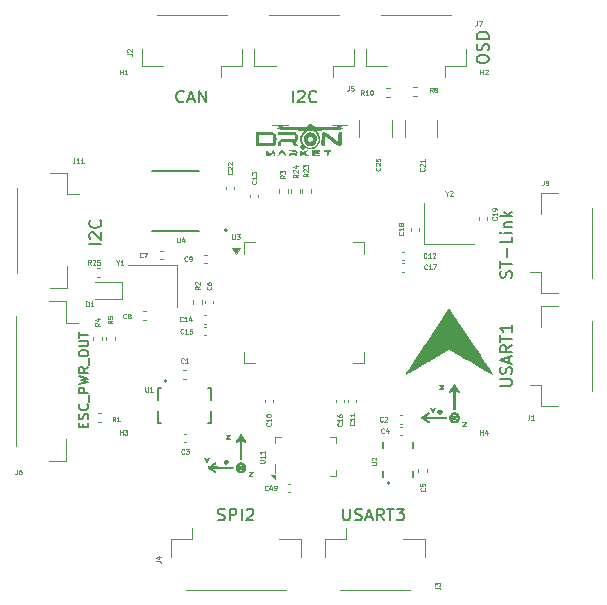
<source format=gbr>
%TF.GenerationSoftware,KiCad,Pcbnew,9.0.0*%
%TF.CreationDate,2025-03-25T10:56:33+03:00*%
%TF.ProjectId,Autopilot DronmarketV2,4175746f-7069-46c6-9f74-2044726f6e6d,rev?*%
%TF.SameCoordinates,Original*%
%TF.FileFunction,Legend,Top*%
%TF.FilePolarity,Positive*%
%FSLAX46Y46*%
G04 Gerber Fmt 4.6, Leading zero omitted, Abs format (unit mm)*
G04 Created by KiCad (PCBNEW 9.0.0) date 2025-03-25 10:56:33*
%MOMM*%
%LPD*%
G01*
G04 APERTURE LIST*
%ADD10C,0.200000*%
%ADD11C,0.100000*%
%ADD12C,0.300000*%
%ADD13C,0.120000*%
%ADD14C,0.127000*%
%ADD15C,0.000000*%
G04 APERTURE END LIST*
D10*
X167708054Y-93379600D02*
X167850911Y-93427219D01*
X167850911Y-93427219D02*
X168089006Y-93427219D01*
X168089006Y-93427219D02*
X168184244Y-93379600D01*
X168184244Y-93379600D02*
X168231863Y-93331980D01*
X168231863Y-93331980D02*
X168279482Y-93236742D01*
X168279482Y-93236742D02*
X168279482Y-93141504D01*
X168279482Y-93141504D02*
X168231863Y-93046266D01*
X168231863Y-93046266D02*
X168184244Y-92998647D01*
X168184244Y-92998647D02*
X168089006Y-92951028D01*
X168089006Y-92951028D02*
X167898530Y-92903409D01*
X167898530Y-92903409D02*
X167803292Y-92855790D01*
X167803292Y-92855790D02*
X167755673Y-92808171D01*
X167755673Y-92808171D02*
X167708054Y-92712933D01*
X167708054Y-92712933D02*
X167708054Y-92617695D01*
X167708054Y-92617695D02*
X167755673Y-92522457D01*
X167755673Y-92522457D02*
X167803292Y-92474838D01*
X167803292Y-92474838D02*
X167898530Y-92427219D01*
X167898530Y-92427219D02*
X168136625Y-92427219D01*
X168136625Y-92427219D02*
X168279482Y-92474838D01*
X168708054Y-93427219D02*
X168708054Y-92427219D01*
X168708054Y-92427219D02*
X169089006Y-92427219D01*
X169089006Y-92427219D02*
X169184244Y-92474838D01*
X169184244Y-92474838D02*
X169231863Y-92522457D01*
X169231863Y-92522457D02*
X169279482Y-92617695D01*
X169279482Y-92617695D02*
X169279482Y-92760552D01*
X169279482Y-92760552D02*
X169231863Y-92855790D01*
X169231863Y-92855790D02*
X169184244Y-92903409D01*
X169184244Y-92903409D02*
X169089006Y-92951028D01*
X169089006Y-92951028D02*
X168708054Y-92951028D01*
X169708054Y-93427219D02*
X169708054Y-92427219D01*
X170136625Y-92522457D02*
X170184244Y-92474838D01*
X170184244Y-92474838D02*
X170279482Y-92427219D01*
X170279482Y-92427219D02*
X170517577Y-92427219D01*
X170517577Y-92427219D02*
X170612815Y-92474838D01*
X170612815Y-92474838D02*
X170660434Y-92522457D01*
X170660434Y-92522457D02*
X170708053Y-92617695D01*
X170708053Y-92617695D02*
X170708053Y-92712933D01*
X170708053Y-92712933D02*
X170660434Y-92855790D01*
X170660434Y-92855790D02*
X170089006Y-93427219D01*
X170089006Y-93427219D02*
X170708053Y-93427219D01*
X191602419Y-82027926D02*
X192411942Y-82027926D01*
X192411942Y-82027926D02*
X192507180Y-81980307D01*
X192507180Y-81980307D02*
X192554800Y-81932688D01*
X192554800Y-81932688D02*
X192602419Y-81837450D01*
X192602419Y-81837450D02*
X192602419Y-81646974D01*
X192602419Y-81646974D02*
X192554800Y-81551736D01*
X192554800Y-81551736D02*
X192507180Y-81504117D01*
X192507180Y-81504117D02*
X192411942Y-81456498D01*
X192411942Y-81456498D02*
X191602419Y-81456498D01*
X192554800Y-81027926D02*
X192602419Y-80885069D01*
X192602419Y-80885069D02*
X192602419Y-80646974D01*
X192602419Y-80646974D02*
X192554800Y-80551736D01*
X192554800Y-80551736D02*
X192507180Y-80504117D01*
X192507180Y-80504117D02*
X192411942Y-80456498D01*
X192411942Y-80456498D02*
X192316704Y-80456498D01*
X192316704Y-80456498D02*
X192221466Y-80504117D01*
X192221466Y-80504117D02*
X192173847Y-80551736D01*
X192173847Y-80551736D02*
X192126228Y-80646974D01*
X192126228Y-80646974D02*
X192078609Y-80837450D01*
X192078609Y-80837450D02*
X192030990Y-80932688D01*
X192030990Y-80932688D02*
X191983371Y-80980307D01*
X191983371Y-80980307D02*
X191888133Y-81027926D01*
X191888133Y-81027926D02*
X191792895Y-81027926D01*
X191792895Y-81027926D02*
X191697657Y-80980307D01*
X191697657Y-80980307D02*
X191650038Y-80932688D01*
X191650038Y-80932688D02*
X191602419Y-80837450D01*
X191602419Y-80837450D02*
X191602419Y-80599355D01*
X191602419Y-80599355D02*
X191650038Y-80456498D01*
X192316704Y-80075545D02*
X192316704Y-79599355D01*
X192602419Y-80170783D02*
X191602419Y-79837450D01*
X191602419Y-79837450D02*
X192602419Y-79504117D01*
X192602419Y-78599355D02*
X192126228Y-78932688D01*
X192602419Y-79170783D02*
X191602419Y-79170783D01*
X191602419Y-79170783D02*
X191602419Y-78789831D01*
X191602419Y-78789831D02*
X191650038Y-78694593D01*
X191650038Y-78694593D02*
X191697657Y-78646974D01*
X191697657Y-78646974D02*
X191792895Y-78599355D01*
X191792895Y-78599355D02*
X191935752Y-78599355D01*
X191935752Y-78599355D02*
X192030990Y-78646974D01*
X192030990Y-78646974D02*
X192078609Y-78694593D01*
X192078609Y-78694593D02*
X192126228Y-78789831D01*
X192126228Y-78789831D02*
X192126228Y-79170783D01*
X191602419Y-78313640D02*
X191602419Y-77742212D01*
X192602419Y-78027926D02*
X191602419Y-78027926D01*
X192602419Y-76885069D02*
X192602419Y-77456497D01*
X192602419Y-77170783D02*
X191602419Y-77170783D01*
X191602419Y-77170783D02*
X191745276Y-77266021D01*
X191745276Y-77266021D02*
X191840514Y-77361259D01*
X191840514Y-77361259D02*
X191888133Y-77456497D01*
X156292247Y-85529945D02*
X156292247Y-85263279D01*
X156711295Y-85148993D02*
X156711295Y-85529945D01*
X156711295Y-85529945D02*
X155911295Y-85529945D01*
X155911295Y-85529945D02*
X155911295Y-85148993D01*
X156673200Y-84844231D02*
X156711295Y-84729945D01*
X156711295Y-84729945D02*
X156711295Y-84539469D01*
X156711295Y-84539469D02*
X156673200Y-84463278D01*
X156673200Y-84463278D02*
X156635104Y-84425183D01*
X156635104Y-84425183D02*
X156558914Y-84387088D01*
X156558914Y-84387088D02*
X156482723Y-84387088D01*
X156482723Y-84387088D02*
X156406533Y-84425183D01*
X156406533Y-84425183D02*
X156368438Y-84463278D01*
X156368438Y-84463278D02*
X156330342Y-84539469D01*
X156330342Y-84539469D02*
X156292247Y-84691850D01*
X156292247Y-84691850D02*
X156254152Y-84768040D01*
X156254152Y-84768040D02*
X156216057Y-84806135D01*
X156216057Y-84806135D02*
X156139866Y-84844231D01*
X156139866Y-84844231D02*
X156063676Y-84844231D01*
X156063676Y-84844231D02*
X155987485Y-84806135D01*
X155987485Y-84806135D02*
X155949390Y-84768040D01*
X155949390Y-84768040D02*
X155911295Y-84691850D01*
X155911295Y-84691850D02*
X155911295Y-84501373D01*
X155911295Y-84501373D02*
X155949390Y-84387088D01*
X156635104Y-83587087D02*
X156673200Y-83625183D01*
X156673200Y-83625183D02*
X156711295Y-83739468D01*
X156711295Y-83739468D02*
X156711295Y-83815659D01*
X156711295Y-83815659D02*
X156673200Y-83929945D01*
X156673200Y-83929945D02*
X156597009Y-84006135D01*
X156597009Y-84006135D02*
X156520819Y-84044230D01*
X156520819Y-84044230D02*
X156368438Y-84082326D01*
X156368438Y-84082326D02*
X156254152Y-84082326D01*
X156254152Y-84082326D02*
X156101771Y-84044230D01*
X156101771Y-84044230D02*
X156025580Y-84006135D01*
X156025580Y-84006135D02*
X155949390Y-83929945D01*
X155949390Y-83929945D02*
X155911295Y-83815659D01*
X155911295Y-83815659D02*
X155911295Y-83739468D01*
X155911295Y-83739468D02*
X155949390Y-83625183D01*
X155949390Y-83625183D02*
X155987485Y-83587087D01*
X156787485Y-83434707D02*
X156787485Y-82825183D01*
X156711295Y-82634706D02*
X155911295Y-82634706D01*
X155911295Y-82634706D02*
X155911295Y-82329944D01*
X155911295Y-82329944D02*
X155949390Y-82253754D01*
X155949390Y-82253754D02*
X155987485Y-82215659D01*
X155987485Y-82215659D02*
X156063676Y-82177563D01*
X156063676Y-82177563D02*
X156177961Y-82177563D01*
X156177961Y-82177563D02*
X156254152Y-82215659D01*
X156254152Y-82215659D02*
X156292247Y-82253754D01*
X156292247Y-82253754D02*
X156330342Y-82329944D01*
X156330342Y-82329944D02*
X156330342Y-82634706D01*
X155911295Y-81910897D02*
X156711295Y-81720421D01*
X156711295Y-81720421D02*
X156139866Y-81568040D01*
X156139866Y-81568040D02*
X156711295Y-81415659D01*
X156711295Y-81415659D02*
X155911295Y-81225183D01*
X156711295Y-80463277D02*
X156330342Y-80729944D01*
X156711295Y-80920420D02*
X155911295Y-80920420D01*
X155911295Y-80920420D02*
X155911295Y-80615658D01*
X155911295Y-80615658D02*
X155949390Y-80539468D01*
X155949390Y-80539468D02*
X155987485Y-80501373D01*
X155987485Y-80501373D02*
X156063676Y-80463277D01*
X156063676Y-80463277D02*
X156177961Y-80463277D01*
X156177961Y-80463277D02*
X156254152Y-80501373D01*
X156254152Y-80501373D02*
X156292247Y-80539468D01*
X156292247Y-80539468D02*
X156330342Y-80615658D01*
X156330342Y-80615658D02*
X156330342Y-80920420D01*
X156787485Y-80310897D02*
X156787485Y-79701373D01*
X155911295Y-79358515D02*
X155911295Y-79206134D01*
X155911295Y-79206134D02*
X155949390Y-79129944D01*
X155949390Y-79129944D02*
X156025580Y-79053753D01*
X156025580Y-79053753D02*
X156177961Y-79015658D01*
X156177961Y-79015658D02*
X156444628Y-79015658D01*
X156444628Y-79015658D02*
X156597009Y-79053753D01*
X156597009Y-79053753D02*
X156673200Y-79129944D01*
X156673200Y-79129944D02*
X156711295Y-79206134D01*
X156711295Y-79206134D02*
X156711295Y-79358515D01*
X156711295Y-79358515D02*
X156673200Y-79434706D01*
X156673200Y-79434706D02*
X156597009Y-79510896D01*
X156597009Y-79510896D02*
X156444628Y-79548992D01*
X156444628Y-79548992D02*
X156177961Y-79548992D01*
X156177961Y-79548992D02*
X156025580Y-79510896D01*
X156025580Y-79510896D02*
X155949390Y-79434706D01*
X155949390Y-79434706D02*
X155911295Y-79358515D01*
X155911295Y-78672801D02*
X156558914Y-78672801D01*
X156558914Y-78672801D02*
X156635104Y-78634706D01*
X156635104Y-78634706D02*
X156673200Y-78596611D01*
X156673200Y-78596611D02*
X156711295Y-78520420D01*
X156711295Y-78520420D02*
X156711295Y-78368039D01*
X156711295Y-78368039D02*
X156673200Y-78291849D01*
X156673200Y-78291849D02*
X156635104Y-78253754D01*
X156635104Y-78253754D02*
X156558914Y-78215658D01*
X156558914Y-78215658D02*
X155911295Y-78215658D01*
X155911295Y-77948992D02*
X155911295Y-77491849D01*
X156711295Y-77720421D02*
X155911295Y-77720421D01*
X178322073Y-92427219D02*
X178322073Y-93236742D01*
X178322073Y-93236742D02*
X178369692Y-93331980D01*
X178369692Y-93331980D02*
X178417311Y-93379600D01*
X178417311Y-93379600D02*
X178512549Y-93427219D01*
X178512549Y-93427219D02*
X178703025Y-93427219D01*
X178703025Y-93427219D02*
X178798263Y-93379600D01*
X178798263Y-93379600D02*
X178845882Y-93331980D01*
X178845882Y-93331980D02*
X178893501Y-93236742D01*
X178893501Y-93236742D02*
X178893501Y-92427219D01*
X179322073Y-93379600D02*
X179464930Y-93427219D01*
X179464930Y-93427219D02*
X179703025Y-93427219D01*
X179703025Y-93427219D02*
X179798263Y-93379600D01*
X179798263Y-93379600D02*
X179845882Y-93331980D01*
X179845882Y-93331980D02*
X179893501Y-93236742D01*
X179893501Y-93236742D02*
X179893501Y-93141504D01*
X179893501Y-93141504D02*
X179845882Y-93046266D01*
X179845882Y-93046266D02*
X179798263Y-92998647D01*
X179798263Y-92998647D02*
X179703025Y-92951028D01*
X179703025Y-92951028D02*
X179512549Y-92903409D01*
X179512549Y-92903409D02*
X179417311Y-92855790D01*
X179417311Y-92855790D02*
X179369692Y-92808171D01*
X179369692Y-92808171D02*
X179322073Y-92712933D01*
X179322073Y-92712933D02*
X179322073Y-92617695D01*
X179322073Y-92617695D02*
X179369692Y-92522457D01*
X179369692Y-92522457D02*
X179417311Y-92474838D01*
X179417311Y-92474838D02*
X179512549Y-92427219D01*
X179512549Y-92427219D02*
X179750644Y-92427219D01*
X179750644Y-92427219D02*
X179893501Y-92474838D01*
X180274454Y-93141504D02*
X180750644Y-93141504D01*
X180179216Y-93427219D02*
X180512549Y-92427219D01*
X180512549Y-92427219D02*
X180845882Y-93427219D01*
X181750644Y-93427219D02*
X181417311Y-92951028D01*
X181179216Y-93427219D02*
X181179216Y-92427219D01*
X181179216Y-92427219D02*
X181560168Y-92427219D01*
X181560168Y-92427219D02*
X181655406Y-92474838D01*
X181655406Y-92474838D02*
X181703025Y-92522457D01*
X181703025Y-92522457D02*
X181750644Y-92617695D01*
X181750644Y-92617695D02*
X181750644Y-92760552D01*
X181750644Y-92760552D02*
X181703025Y-92855790D01*
X181703025Y-92855790D02*
X181655406Y-92903409D01*
X181655406Y-92903409D02*
X181560168Y-92951028D01*
X181560168Y-92951028D02*
X181179216Y-92951028D01*
X182036359Y-92427219D02*
X182607787Y-92427219D01*
X182322073Y-93427219D02*
X182322073Y-92427219D01*
X182845883Y-92427219D02*
X183464930Y-92427219D01*
X183464930Y-92427219D02*
X183131597Y-92808171D01*
X183131597Y-92808171D02*
X183274454Y-92808171D01*
X183274454Y-92808171D02*
X183369692Y-92855790D01*
X183369692Y-92855790D02*
X183417311Y-92903409D01*
X183417311Y-92903409D02*
X183464930Y-92998647D01*
X183464930Y-92998647D02*
X183464930Y-93236742D01*
X183464930Y-93236742D02*
X183417311Y-93331980D01*
X183417311Y-93331980D02*
X183369692Y-93379600D01*
X183369692Y-93379600D02*
X183274454Y-93427219D01*
X183274454Y-93427219D02*
X182988740Y-93427219D01*
X182988740Y-93427219D02*
X182893502Y-93379600D01*
X182893502Y-93379600D02*
X182845883Y-93331980D01*
X192554800Y-72880745D02*
X192602419Y-72737888D01*
X192602419Y-72737888D02*
X192602419Y-72499793D01*
X192602419Y-72499793D02*
X192554800Y-72404555D01*
X192554800Y-72404555D02*
X192507180Y-72356936D01*
X192507180Y-72356936D02*
X192411942Y-72309317D01*
X192411942Y-72309317D02*
X192316704Y-72309317D01*
X192316704Y-72309317D02*
X192221466Y-72356936D01*
X192221466Y-72356936D02*
X192173847Y-72404555D01*
X192173847Y-72404555D02*
X192126228Y-72499793D01*
X192126228Y-72499793D02*
X192078609Y-72690269D01*
X192078609Y-72690269D02*
X192030990Y-72785507D01*
X192030990Y-72785507D02*
X191983371Y-72833126D01*
X191983371Y-72833126D02*
X191888133Y-72880745D01*
X191888133Y-72880745D02*
X191792895Y-72880745D01*
X191792895Y-72880745D02*
X191697657Y-72833126D01*
X191697657Y-72833126D02*
X191650038Y-72785507D01*
X191650038Y-72785507D02*
X191602419Y-72690269D01*
X191602419Y-72690269D02*
X191602419Y-72452174D01*
X191602419Y-72452174D02*
X191650038Y-72309317D01*
X191602419Y-72023602D02*
X191602419Y-71452174D01*
X192602419Y-71737888D02*
X191602419Y-71737888D01*
X192221466Y-71118840D02*
X192221466Y-70356936D01*
X192602419Y-69404555D02*
X192602419Y-69880745D01*
X192602419Y-69880745D02*
X191602419Y-69880745D01*
X192602419Y-69071221D02*
X191935752Y-69071221D01*
X191602419Y-69071221D02*
X191650038Y-69118840D01*
X191650038Y-69118840D02*
X191697657Y-69071221D01*
X191697657Y-69071221D02*
X191650038Y-69023602D01*
X191650038Y-69023602D02*
X191602419Y-69071221D01*
X191602419Y-69071221D02*
X191697657Y-69071221D01*
X191935752Y-68595031D02*
X192602419Y-68595031D01*
X192030990Y-68595031D02*
X191983371Y-68547412D01*
X191983371Y-68547412D02*
X191935752Y-68452174D01*
X191935752Y-68452174D02*
X191935752Y-68309317D01*
X191935752Y-68309317D02*
X191983371Y-68214079D01*
X191983371Y-68214079D02*
X192078609Y-68166460D01*
X192078609Y-68166460D02*
X192602419Y-68166460D01*
X192602419Y-67690269D02*
X191602419Y-67690269D01*
X192221466Y-67595031D02*
X192602419Y-67309317D01*
X191935752Y-67309317D02*
X192316704Y-67690269D01*
X164821901Y-57937980D02*
X164774282Y-57985600D01*
X164774282Y-57985600D02*
X164631425Y-58033219D01*
X164631425Y-58033219D02*
X164536187Y-58033219D01*
X164536187Y-58033219D02*
X164393330Y-57985600D01*
X164393330Y-57985600D02*
X164298092Y-57890361D01*
X164298092Y-57890361D02*
X164250473Y-57795123D01*
X164250473Y-57795123D02*
X164202854Y-57604647D01*
X164202854Y-57604647D02*
X164202854Y-57461790D01*
X164202854Y-57461790D02*
X164250473Y-57271314D01*
X164250473Y-57271314D02*
X164298092Y-57176076D01*
X164298092Y-57176076D02*
X164393330Y-57080838D01*
X164393330Y-57080838D02*
X164536187Y-57033219D01*
X164536187Y-57033219D02*
X164631425Y-57033219D01*
X164631425Y-57033219D02*
X164774282Y-57080838D01*
X164774282Y-57080838D02*
X164821901Y-57128457D01*
X165202854Y-57747504D02*
X165679044Y-57747504D01*
X165107616Y-58033219D02*
X165440949Y-57033219D01*
X165440949Y-57033219D02*
X165774282Y-58033219D01*
X166107616Y-58033219D02*
X166107616Y-57033219D01*
X166107616Y-57033219D02*
X166679044Y-58033219D01*
X166679044Y-58033219D02*
X166679044Y-57033219D01*
X174054873Y-58033219D02*
X174054873Y-57033219D01*
X174483444Y-57128457D02*
X174531063Y-57080838D01*
X174531063Y-57080838D02*
X174626301Y-57033219D01*
X174626301Y-57033219D02*
X174864396Y-57033219D01*
X174864396Y-57033219D02*
X174959634Y-57080838D01*
X174959634Y-57080838D02*
X175007253Y-57128457D01*
X175007253Y-57128457D02*
X175054872Y-57223695D01*
X175054872Y-57223695D02*
X175054872Y-57318933D01*
X175054872Y-57318933D02*
X175007253Y-57461790D01*
X175007253Y-57461790D02*
X174435825Y-58033219D01*
X174435825Y-58033219D02*
X175054872Y-58033219D01*
X176054872Y-57937980D02*
X176007253Y-57985600D01*
X176007253Y-57985600D02*
X175864396Y-58033219D01*
X175864396Y-58033219D02*
X175769158Y-58033219D01*
X175769158Y-58033219D02*
X175626301Y-57985600D01*
X175626301Y-57985600D02*
X175531063Y-57890361D01*
X175531063Y-57890361D02*
X175483444Y-57795123D01*
X175483444Y-57795123D02*
X175435825Y-57604647D01*
X175435825Y-57604647D02*
X175435825Y-57461790D01*
X175435825Y-57461790D02*
X175483444Y-57271314D01*
X175483444Y-57271314D02*
X175531063Y-57176076D01*
X175531063Y-57176076D02*
X175626301Y-57080838D01*
X175626301Y-57080838D02*
X175769158Y-57033219D01*
X175769158Y-57033219D02*
X175864396Y-57033219D01*
X175864396Y-57033219D02*
X176007253Y-57080838D01*
X176007253Y-57080838D02*
X176054872Y-57128457D01*
X189627219Y-54449850D02*
X189627219Y-54259374D01*
X189627219Y-54259374D02*
X189674838Y-54164136D01*
X189674838Y-54164136D02*
X189770076Y-54068898D01*
X189770076Y-54068898D02*
X189960552Y-54021279D01*
X189960552Y-54021279D02*
X190293885Y-54021279D01*
X190293885Y-54021279D02*
X190484361Y-54068898D01*
X190484361Y-54068898D02*
X190579600Y-54164136D01*
X190579600Y-54164136D02*
X190627219Y-54259374D01*
X190627219Y-54259374D02*
X190627219Y-54449850D01*
X190627219Y-54449850D02*
X190579600Y-54545088D01*
X190579600Y-54545088D02*
X190484361Y-54640326D01*
X190484361Y-54640326D02*
X190293885Y-54687945D01*
X190293885Y-54687945D02*
X189960552Y-54687945D01*
X189960552Y-54687945D02*
X189770076Y-54640326D01*
X189770076Y-54640326D02*
X189674838Y-54545088D01*
X189674838Y-54545088D02*
X189627219Y-54449850D01*
X190579600Y-53640326D02*
X190627219Y-53497469D01*
X190627219Y-53497469D02*
X190627219Y-53259374D01*
X190627219Y-53259374D02*
X190579600Y-53164136D01*
X190579600Y-53164136D02*
X190531980Y-53116517D01*
X190531980Y-53116517D02*
X190436742Y-53068898D01*
X190436742Y-53068898D02*
X190341504Y-53068898D01*
X190341504Y-53068898D02*
X190246266Y-53116517D01*
X190246266Y-53116517D02*
X190198647Y-53164136D01*
X190198647Y-53164136D02*
X190151028Y-53259374D01*
X190151028Y-53259374D02*
X190103409Y-53449850D01*
X190103409Y-53449850D02*
X190055790Y-53545088D01*
X190055790Y-53545088D02*
X190008171Y-53592707D01*
X190008171Y-53592707D02*
X189912933Y-53640326D01*
X189912933Y-53640326D02*
X189817695Y-53640326D01*
X189817695Y-53640326D02*
X189722457Y-53592707D01*
X189722457Y-53592707D02*
X189674838Y-53545088D01*
X189674838Y-53545088D02*
X189627219Y-53449850D01*
X189627219Y-53449850D02*
X189627219Y-53211755D01*
X189627219Y-53211755D02*
X189674838Y-53068898D01*
X190627219Y-52640326D02*
X189627219Y-52640326D01*
X189627219Y-52640326D02*
X189627219Y-52402231D01*
X189627219Y-52402231D02*
X189674838Y-52259374D01*
X189674838Y-52259374D02*
X189770076Y-52164136D01*
X189770076Y-52164136D02*
X189865314Y-52116517D01*
X189865314Y-52116517D02*
X190055790Y-52068898D01*
X190055790Y-52068898D02*
X190198647Y-52068898D01*
X190198647Y-52068898D02*
X190389123Y-52116517D01*
X190389123Y-52116517D02*
X190484361Y-52164136D01*
X190484361Y-52164136D02*
X190579600Y-52259374D01*
X190579600Y-52259374D02*
X190627219Y-52402231D01*
X190627219Y-52402231D02*
X190627219Y-52640326D01*
X157827219Y-70030326D02*
X156827219Y-70030326D01*
X156922457Y-69601755D02*
X156874838Y-69554136D01*
X156874838Y-69554136D02*
X156827219Y-69458898D01*
X156827219Y-69458898D02*
X156827219Y-69220803D01*
X156827219Y-69220803D02*
X156874838Y-69125565D01*
X156874838Y-69125565D02*
X156922457Y-69077946D01*
X156922457Y-69077946D02*
X157017695Y-69030327D01*
X157017695Y-69030327D02*
X157112933Y-69030327D01*
X157112933Y-69030327D02*
X157255790Y-69077946D01*
X157255790Y-69077946D02*
X157827219Y-69649374D01*
X157827219Y-69649374D02*
X157827219Y-69030327D01*
X157731980Y-68030327D02*
X157779600Y-68077946D01*
X157779600Y-68077946D02*
X157827219Y-68220803D01*
X157827219Y-68220803D02*
X157827219Y-68316041D01*
X157827219Y-68316041D02*
X157779600Y-68458898D01*
X157779600Y-68458898D02*
X157684361Y-68554136D01*
X157684361Y-68554136D02*
X157589123Y-68601755D01*
X157589123Y-68601755D02*
X157398647Y-68649374D01*
X157398647Y-68649374D02*
X157255790Y-68649374D01*
X157255790Y-68649374D02*
X157065314Y-68601755D01*
X157065314Y-68601755D02*
X156970076Y-68554136D01*
X156970076Y-68554136D02*
X156874838Y-68458898D01*
X156874838Y-68458898D02*
X156827219Y-68316041D01*
X156827219Y-68316041D02*
X156827219Y-68220803D01*
X156827219Y-68220803D02*
X156874838Y-68077946D01*
X156874838Y-68077946D02*
X156922457Y-68030327D01*
D11*
X164858333Y-87751752D02*
X164839285Y-87770800D01*
X164839285Y-87770800D02*
X164782143Y-87789847D01*
X164782143Y-87789847D02*
X164744047Y-87789847D01*
X164744047Y-87789847D02*
X164686904Y-87770800D01*
X164686904Y-87770800D02*
X164648809Y-87732704D01*
X164648809Y-87732704D02*
X164629762Y-87694609D01*
X164629762Y-87694609D02*
X164610714Y-87618419D01*
X164610714Y-87618419D02*
X164610714Y-87561276D01*
X164610714Y-87561276D02*
X164629762Y-87485085D01*
X164629762Y-87485085D02*
X164648809Y-87446990D01*
X164648809Y-87446990D02*
X164686904Y-87408895D01*
X164686904Y-87408895D02*
X164744047Y-87389847D01*
X164744047Y-87389847D02*
X164782143Y-87389847D01*
X164782143Y-87389847D02*
X164839285Y-87408895D01*
X164839285Y-87408895D02*
X164858333Y-87427942D01*
X164991666Y-87389847D02*
X165239285Y-87389847D01*
X165239285Y-87389847D02*
X165105952Y-87542228D01*
X165105952Y-87542228D02*
X165163095Y-87542228D01*
X165163095Y-87542228D02*
X165201190Y-87561276D01*
X165201190Y-87561276D02*
X165220238Y-87580323D01*
X165220238Y-87580323D02*
X165239285Y-87618419D01*
X165239285Y-87618419D02*
X165239285Y-87713657D01*
X165239285Y-87713657D02*
X165220238Y-87751752D01*
X165220238Y-87751752D02*
X165201190Y-87770800D01*
X165201190Y-87770800D02*
X165163095Y-87789847D01*
X165163095Y-87789847D02*
X165048809Y-87789847D01*
X165048809Y-87789847D02*
X165010714Y-87770800D01*
X165010714Y-87770800D02*
X164991666Y-87751752D01*
X164256238Y-69486847D02*
X164256238Y-69810657D01*
X164256238Y-69810657D02*
X164275285Y-69848752D01*
X164275285Y-69848752D02*
X164294333Y-69867800D01*
X164294333Y-69867800D02*
X164332428Y-69886847D01*
X164332428Y-69886847D02*
X164408619Y-69886847D01*
X164408619Y-69886847D02*
X164446714Y-69867800D01*
X164446714Y-69867800D02*
X164465761Y-69848752D01*
X164465761Y-69848752D02*
X164484809Y-69810657D01*
X164484809Y-69810657D02*
X164484809Y-69486847D01*
X164846714Y-69620180D02*
X164846714Y-69886847D01*
X164751476Y-69467800D02*
X164656238Y-69753514D01*
X164656238Y-69753514D02*
X164903857Y-69753514D01*
X180725047Y-88730761D02*
X181048857Y-88730761D01*
X181048857Y-88730761D02*
X181086952Y-88711714D01*
X181086952Y-88711714D02*
X181106000Y-88692666D01*
X181106000Y-88692666D02*
X181125047Y-88654571D01*
X181125047Y-88654571D02*
X181125047Y-88578380D01*
X181125047Y-88578380D02*
X181106000Y-88540285D01*
X181106000Y-88540285D02*
X181086952Y-88521238D01*
X181086952Y-88521238D02*
X181048857Y-88502190D01*
X181048857Y-88502190D02*
X180725047Y-88502190D01*
X180763142Y-88330761D02*
X180744095Y-88311713D01*
X180744095Y-88311713D02*
X180725047Y-88273618D01*
X180725047Y-88273618D02*
X180725047Y-88178380D01*
X180725047Y-88178380D02*
X180744095Y-88140285D01*
X180744095Y-88140285D02*
X180763142Y-88121237D01*
X180763142Y-88121237D02*
X180801238Y-88102190D01*
X180801238Y-88102190D02*
X180839333Y-88102190D01*
X180839333Y-88102190D02*
X180896476Y-88121237D01*
X180896476Y-88121237D02*
X181125047Y-88349809D01*
X181125047Y-88349809D02*
X181125047Y-88102190D01*
X172166752Y-85187142D02*
X172185800Y-85206190D01*
X172185800Y-85206190D02*
X172204847Y-85263332D01*
X172204847Y-85263332D02*
X172204847Y-85301428D01*
X172204847Y-85301428D02*
X172185800Y-85358571D01*
X172185800Y-85358571D02*
X172147704Y-85396666D01*
X172147704Y-85396666D02*
X172109609Y-85415713D01*
X172109609Y-85415713D02*
X172033419Y-85434761D01*
X172033419Y-85434761D02*
X171976276Y-85434761D01*
X171976276Y-85434761D02*
X171900085Y-85415713D01*
X171900085Y-85415713D02*
X171861990Y-85396666D01*
X171861990Y-85396666D02*
X171823895Y-85358571D01*
X171823895Y-85358571D02*
X171804847Y-85301428D01*
X171804847Y-85301428D02*
X171804847Y-85263332D01*
X171804847Y-85263332D02*
X171823895Y-85206190D01*
X171823895Y-85206190D02*
X171842942Y-85187142D01*
X172204847Y-84806190D02*
X172204847Y-85034761D01*
X172204847Y-84920475D02*
X171804847Y-84920475D01*
X171804847Y-84920475D02*
X171861990Y-84958571D01*
X171861990Y-84958571D02*
X171900085Y-84996666D01*
X171900085Y-84996666D02*
X171919133Y-85034761D01*
X171804847Y-84558571D02*
X171804847Y-84520476D01*
X171804847Y-84520476D02*
X171823895Y-84482380D01*
X171823895Y-84482380D02*
X171842942Y-84463333D01*
X171842942Y-84463333D02*
X171881038Y-84444285D01*
X171881038Y-84444285D02*
X171957228Y-84425238D01*
X171957228Y-84425238D02*
X172052466Y-84425238D01*
X172052466Y-84425238D02*
X172128657Y-84444285D01*
X172128657Y-84444285D02*
X172166752Y-84463333D01*
X172166752Y-84463333D02*
X172185800Y-84482380D01*
X172185800Y-84482380D02*
X172204847Y-84520476D01*
X172204847Y-84520476D02*
X172204847Y-84558571D01*
X172204847Y-84558571D02*
X172185800Y-84596666D01*
X172185800Y-84596666D02*
X172166752Y-84615714D01*
X172166752Y-84615714D02*
X172128657Y-84634761D01*
X172128657Y-84634761D02*
X172052466Y-84653809D01*
X172052466Y-84653809D02*
X171957228Y-84653809D01*
X171957228Y-84653809D02*
X171881038Y-84634761D01*
X171881038Y-84634761D02*
X171842942Y-84615714D01*
X171842942Y-84615714D02*
X171823895Y-84596666D01*
X171823895Y-84596666D02*
X171804847Y-84558571D01*
X178796666Y-56639847D02*
X178796666Y-56925561D01*
X178796666Y-56925561D02*
X178777619Y-56982704D01*
X178777619Y-56982704D02*
X178739523Y-57020800D01*
X178739523Y-57020800D02*
X178682381Y-57039847D01*
X178682381Y-57039847D02*
X178644285Y-57039847D01*
X179177619Y-56639847D02*
X178987143Y-56639847D01*
X178987143Y-56639847D02*
X178968095Y-56830323D01*
X178968095Y-56830323D02*
X178987143Y-56811276D01*
X178987143Y-56811276D02*
X179025238Y-56792228D01*
X179025238Y-56792228D02*
X179120476Y-56792228D01*
X179120476Y-56792228D02*
X179158571Y-56811276D01*
X179158571Y-56811276D02*
X179177619Y-56830323D01*
X179177619Y-56830323D02*
X179196666Y-56868419D01*
X179196666Y-56868419D02*
X179196666Y-56963657D01*
X179196666Y-56963657D02*
X179177619Y-57001752D01*
X179177619Y-57001752D02*
X179158571Y-57020800D01*
X179158571Y-57020800D02*
X179120476Y-57039847D01*
X179120476Y-57039847D02*
X179025238Y-57039847D01*
X179025238Y-57039847D02*
X178987143Y-57020800D01*
X178987143Y-57020800D02*
X178968095Y-57001752D01*
X164808333Y-80056752D02*
X164789285Y-80075800D01*
X164789285Y-80075800D02*
X164732143Y-80094847D01*
X164732143Y-80094847D02*
X164694047Y-80094847D01*
X164694047Y-80094847D02*
X164636904Y-80075800D01*
X164636904Y-80075800D02*
X164598809Y-80037704D01*
X164598809Y-80037704D02*
X164579762Y-79999609D01*
X164579762Y-79999609D02*
X164560714Y-79923419D01*
X164560714Y-79923419D02*
X164560714Y-79866276D01*
X164560714Y-79866276D02*
X164579762Y-79790085D01*
X164579762Y-79790085D02*
X164598809Y-79751990D01*
X164598809Y-79751990D02*
X164636904Y-79713895D01*
X164636904Y-79713895D02*
X164694047Y-79694847D01*
X164694047Y-79694847D02*
X164732143Y-79694847D01*
X164732143Y-79694847D02*
X164789285Y-79713895D01*
X164789285Y-79713895D02*
X164808333Y-79732942D01*
X165189285Y-80094847D02*
X164960714Y-80094847D01*
X165075000Y-80094847D02*
X165075000Y-79694847D01*
X165075000Y-79694847D02*
X165036904Y-79751990D01*
X165036904Y-79751990D02*
X164998809Y-79790085D01*
X164998809Y-79790085D02*
X164960714Y-79809133D01*
X185166752Y-63607142D02*
X185185800Y-63626190D01*
X185185800Y-63626190D02*
X185204847Y-63683332D01*
X185204847Y-63683332D02*
X185204847Y-63721428D01*
X185204847Y-63721428D02*
X185185800Y-63778571D01*
X185185800Y-63778571D02*
X185147704Y-63816666D01*
X185147704Y-63816666D02*
X185109609Y-63835713D01*
X185109609Y-63835713D02*
X185033419Y-63854761D01*
X185033419Y-63854761D02*
X184976276Y-63854761D01*
X184976276Y-63854761D02*
X184900085Y-63835713D01*
X184900085Y-63835713D02*
X184861990Y-63816666D01*
X184861990Y-63816666D02*
X184823895Y-63778571D01*
X184823895Y-63778571D02*
X184804847Y-63721428D01*
X184804847Y-63721428D02*
X184804847Y-63683332D01*
X184804847Y-63683332D02*
X184823895Y-63626190D01*
X184823895Y-63626190D02*
X184842942Y-63607142D01*
X184842942Y-63454761D02*
X184823895Y-63435713D01*
X184823895Y-63435713D02*
X184804847Y-63397618D01*
X184804847Y-63397618D02*
X184804847Y-63302380D01*
X184804847Y-63302380D02*
X184823895Y-63264285D01*
X184823895Y-63264285D02*
X184842942Y-63245237D01*
X184842942Y-63245237D02*
X184881038Y-63226190D01*
X184881038Y-63226190D02*
X184919133Y-63226190D01*
X184919133Y-63226190D02*
X184976276Y-63245237D01*
X184976276Y-63245237D02*
X185204847Y-63473809D01*
X185204847Y-63473809D02*
X185204847Y-63226190D01*
X185204847Y-62845238D02*
X185204847Y-63073809D01*
X185204847Y-62959523D02*
X184804847Y-62959523D01*
X184804847Y-62959523D02*
X184861990Y-62997619D01*
X184861990Y-62997619D02*
X184900085Y-63035714D01*
X184900085Y-63035714D02*
X184919133Y-63073809D01*
X159420238Y-55654847D02*
X159420238Y-55254847D01*
X159420238Y-55445323D02*
X159648809Y-55445323D01*
X159648809Y-55654847D02*
X159648809Y-55254847D01*
X160048809Y-55654847D02*
X159820238Y-55654847D01*
X159934524Y-55654847D02*
X159934524Y-55254847D01*
X159934524Y-55254847D02*
X159896428Y-55311990D01*
X159896428Y-55311990D02*
X159858333Y-55350085D01*
X159858333Y-55350085D02*
X159820238Y-55369133D01*
X159219524Y-71609371D02*
X159219524Y-71799847D01*
X159086191Y-71399847D02*
X159219524Y-71609371D01*
X159219524Y-71609371D02*
X159352857Y-71399847D01*
X159695714Y-71799847D02*
X159467143Y-71799847D01*
X159581429Y-71799847D02*
X159581429Y-71399847D01*
X159581429Y-71399847D02*
X159543333Y-71456990D01*
X159543333Y-71456990D02*
X159505238Y-71495085D01*
X159505238Y-71495085D02*
X159467143Y-71514133D01*
X168925238Y-69219847D02*
X168925238Y-69543657D01*
X168925238Y-69543657D02*
X168944285Y-69581752D01*
X168944285Y-69581752D02*
X168963333Y-69600800D01*
X168963333Y-69600800D02*
X169001428Y-69619847D01*
X169001428Y-69619847D02*
X169077619Y-69619847D01*
X169077619Y-69619847D02*
X169115714Y-69600800D01*
X169115714Y-69600800D02*
X169134761Y-69581752D01*
X169134761Y-69581752D02*
X169153809Y-69543657D01*
X169153809Y-69543657D02*
X169153809Y-69219847D01*
X169306190Y-69219847D02*
X169553809Y-69219847D01*
X169553809Y-69219847D02*
X169420476Y-69372228D01*
X169420476Y-69372228D02*
X169477619Y-69372228D01*
X169477619Y-69372228D02*
X169515714Y-69391276D01*
X169515714Y-69391276D02*
X169534762Y-69410323D01*
X169534762Y-69410323D02*
X169553809Y-69448419D01*
X169553809Y-69448419D02*
X169553809Y-69543657D01*
X169553809Y-69543657D02*
X169534762Y-69581752D01*
X169534762Y-69581752D02*
X169515714Y-69600800D01*
X169515714Y-69600800D02*
X169477619Y-69619847D01*
X169477619Y-69619847D02*
X169363333Y-69619847D01*
X169363333Y-69619847D02*
X169325238Y-69600800D01*
X169325238Y-69600800D02*
X169306190Y-69581752D01*
X195286666Y-64649847D02*
X195286666Y-64935561D01*
X195286666Y-64935561D02*
X195267619Y-64992704D01*
X195267619Y-64992704D02*
X195229523Y-65030800D01*
X195229523Y-65030800D02*
X195172381Y-65049847D01*
X195172381Y-65049847D02*
X195134285Y-65049847D01*
X195496190Y-65049847D02*
X195572381Y-65049847D01*
X195572381Y-65049847D02*
X195610476Y-65030800D01*
X195610476Y-65030800D02*
X195629524Y-65011752D01*
X195629524Y-65011752D02*
X195667619Y-64954609D01*
X195667619Y-64954609D02*
X195686666Y-64878419D01*
X195686666Y-64878419D02*
X195686666Y-64726038D01*
X195686666Y-64726038D02*
X195667619Y-64687942D01*
X195667619Y-64687942D02*
X195648571Y-64668895D01*
X195648571Y-64668895D02*
X195610476Y-64649847D01*
X195610476Y-64649847D02*
X195534285Y-64649847D01*
X195534285Y-64649847D02*
X195496190Y-64668895D01*
X195496190Y-64668895D02*
X195477143Y-64687942D01*
X195477143Y-64687942D02*
X195458095Y-64726038D01*
X195458095Y-64726038D02*
X195458095Y-64821276D01*
X195458095Y-64821276D02*
X195477143Y-64859371D01*
X195477143Y-64859371D02*
X195496190Y-64878419D01*
X195496190Y-64878419D02*
X195534285Y-64897466D01*
X195534285Y-64897466D02*
X195610476Y-64897466D01*
X195610476Y-64897466D02*
X195648571Y-64878419D01*
X195648571Y-64878419D02*
X195667619Y-64859371D01*
X195667619Y-64859371D02*
X195686666Y-64821276D01*
X178191752Y-85207142D02*
X178210800Y-85226190D01*
X178210800Y-85226190D02*
X178229847Y-85283332D01*
X178229847Y-85283332D02*
X178229847Y-85321428D01*
X178229847Y-85321428D02*
X178210800Y-85378571D01*
X178210800Y-85378571D02*
X178172704Y-85416666D01*
X178172704Y-85416666D02*
X178134609Y-85435713D01*
X178134609Y-85435713D02*
X178058419Y-85454761D01*
X178058419Y-85454761D02*
X178001276Y-85454761D01*
X178001276Y-85454761D02*
X177925085Y-85435713D01*
X177925085Y-85435713D02*
X177886990Y-85416666D01*
X177886990Y-85416666D02*
X177848895Y-85378571D01*
X177848895Y-85378571D02*
X177829847Y-85321428D01*
X177829847Y-85321428D02*
X177829847Y-85283332D01*
X177829847Y-85283332D02*
X177848895Y-85226190D01*
X177848895Y-85226190D02*
X177867942Y-85207142D01*
X178229847Y-84826190D02*
X178229847Y-85054761D01*
X178229847Y-84940475D02*
X177829847Y-84940475D01*
X177829847Y-84940475D02*
X177886990Y-84978571D01*
X177886990Y-84978571D02*
X177925085Y-85016666D01*
X177925085Y-85016666D02*
X177944133Y-85054761D01*
X177829847Y-84483333D02*
X177829847Y-84559523D01*
X177829847Y-84559523D02*
X177848895Y-84597619D01*
X177848895Y-84597619D02*
X177867942Y-84616666D01*
X177867942Y-84616666D02*
X177925085Y-84654761D01*
X177925085Y-84654761D02*
X178001276Y-84673809D01*
X178001276Y-84673809D02*
X178153657Y-84673809D01*
X178153657Y-84673809D02*
X178191752Y-84654761D01*
X178191752Y-84654761D02*
X178210800Y-84635714D01*
X178210800Y-84635714D02*
X178229847Y-84597619D01*
X178229847Y-84597619D02*
X178229847Y-84521428D01*
X178229847Y-84521428D02*
X178210800Y-84483333D01*
X178210800Y-84483333D02*
X178191752Y-84464285D01*
X178191752Y-84464285D02*
X178153657Y-84445238D01*
X178153657Y-84445238D02*
X178058419Y-84445238D01*
X178058419Y-84445238D02*
X178020323Y-84464285D01*
X178020323Y-84464285D02*
X178001276Y-84483333D01*
X178001276Y-84483333D02*
X177982228Y-84521428D01*
X177982228Y-84521428D02*
X177982228Y-84597619D01*
X177982228Y-84597619D02*
X178001276Y-84635714D01*
X178001276Y-84635714D02*
X178020323Y-84654761D01*
X178020323Y-84654761D02*
X178058419Y-84673809D01*
X189626666Y-51129847D02*
X189626666Y-51415561D01*
X189626666Y-51415561D02*
X189607619Y-51472704D01*
X189607619Y-51472704D02*
X189569523Y-51510800D01*
X189569523Y-51510800D02*
X189512381Y-51529847D01*
X189512381Y-51529847D02*
X189474285Y-51529847D01*
X189779047Y-51129847D02*
X190045714Y-51129847D01*
X190045714Y-51129847D02*
X189874285Y-51529847D01*
X158779847Y-76516666D02*
X158589371Y-76649999D01*
X158779847Y-76745237D02*
X158379847Y-76745237D01*
X158379847Y-76745237D02*
X158379847Y-76592856D01*
X158379847Y-76592856D02*
X158398895Y-76554761D01*
X158398895Y-76554761D02*
X158417942Y-76535714D01*
X158417942Y-76535714D02*
X158456038Y-76516666D01*
X158456038Y-76516666D02*
X158513180Y-76516666D01*
X158513180Y-76516666D02*
X158551276Y-76535714D01*
X158551276Y-76535714D02*
X158570323Y-76554761D01*
X158570323Y-76554761D02*
X158589371Y-76592856D01*
X158589371Y-76592856D02*
X158589371Y-76745237D01*
X158379847Y-76154761D02*
X158379847Y-76345237D01*
X158379847Y-76345237D02*
X158570323Y-76364285D01*
X158570323Y-76364285D02*
X158551276Y-76345237D01*
X158551276Y-76345237D02*
X158532228Y-76307142D01*
X158532228Y-76307142D02*
X158532228Y-76211904D01*
X158532228Y-76211904D02*
X158551276Y-76173809D01*
X158551276Y-76173809D02*
X158570323Y-76154761D01*
X158570323Y-76154761D02*
X158608419Y-76135714D01*
X158608419Y-76135714D02*
X158703657Y-76135714D01*
X158703657Y-76135714D02*
X158741752Y-76154761D01*
X158741752Y-76154761D02*
X158760800Y-76173809D01*
X158760800Y-76173809D02*
X158779847Y-76211904D01*
X158779847Y-76211904D02*
X158779847Y-76307142D01*
X158779847Y-76307142D02*
X158760800Y-76345237D01*
X158760800Y-76345237D02*
X158741752Y-76364285D01*
X194076666Y-84489847D02*
X194076666Y-84775561D01*
X194076666Y-84775561D02*
X194057619Y-84832704D01*
X194057619Y-84832704D02*
X194019523Y-84870800D01*
X194019523Y-84870800D02*
X193962381Y-84889847D01*
X193962381Y-84889847D02*
X193924285Y-84889847D01*
X194476666Y-84889847D02*
X194248095Y-84889847D01*
X194362381Y-84889847D02*
X194362381Y-84489847D01*
X194362381Y-84489847D02*
X194324285Y-84546990D01*
X194324285Y-84546990D02*
X194286190Y-84585085D01*
X194286190Y-84585085D02*
X194248095Y-84604133D01*
X174479847Y-64142142D02*
X174289371Y-64275475D01*
X174479847Y-64370713D02*
X174079847Y-64370713D01*
X174079847Y-64370713D02*
X174079847Y-64218332D01*
X174079847Y-64218332D02*
X174098895Y-64180237D01*
X174098895Y-64180237D02*
X174117942Y-64161190D01*
X174117942Y-64161190D02*
X174156038Y-64142142D01*
X174156038Y-64142142D02*
X174213180Y-64142142D01*
X174213180Y-64142142D02*
X174251276Y-64161190D01*
X174251276Y-64161190D02*
X174270323Y-64180237D01*
X174270323Y-64180237D02*
X174289371Y-64218332D01*
X174289371Y-64218332D02*
X174289371Y-64370713D01*
X174117942Y-63989761D02*
X174098895Y-63970713D01*
X174098895Y-63970713D02*
X174079847Y-63932618D01*
X174079847Y-63932618D02*
X174079847Y-63837380D01*
X174079847Y-63837380D02*
X174098895Y-63799285D01*
X174098895Y-63799285D02*
X174117942Y-63780237D01*
X174117942Y-63780237D02*
X174156038Y-63761190D01*
X174156038Y-63761190D02*
X174194133Y-63761190D01*
X174194133Y-63761190D02*
X174251276Y-63780237D01*
X174251276Y-63780237D02*
X174479847Y-64008809D01*
X174479847Y-64008809D02*
X174479847Y-63761190D01*
X174213180Y-63418333D02*
X174479847Y-63418333D01*
X174060800Y-63513571D02*
X174346514Y-63608809D01*
X174346514Y-63608809D02*
X174346514Y-63361190D01*
X185221752Y-90686666D02*
X185240800Y-90705714D01*
X185240800Y-90705714D02*
X185259847Y-90762856D01*
X185259847Y-90762856D02*
X185259847Y-90800952D01*
X185259847Y-90800952D02*
X185240800Y-90858095D01*
X185240800Y-90858095D02*
X185202704Y-90896190D01*
X185202704Y-90896190D02*
X185164609Y-90915237D01*
X185164609Y-90915237D02*
X185088419Y-90934285D01*
X185088419Y-90934285D02*
X185031276Y-90934285D01*
X185031276Y-90934285D02*
X184955085Y-90915237D01*
X184955085Y-90915237D02*
X184916990Y-90896190D01*
X184916990Y-90896190D02*
X184878895Y-90858095D01*
X184878895Y-90858095D02*
X184859847Y-90800952D01*
X184859847Y-90800952D02*
X184859847Y-90762856D01*
X184859847Y-90762856D02*
X184878895Y-90705714D01*
X184878895Y-90705714D02*
X184897942Y-90686666D01*
X184859847Y-90324761D02*
X184859847Y-90515237D01*
X184859847Y-90515237D02*
X185050323Y-90534285D01*
X185050323Y-90534285D02*
X185031276Y-90515237D01*
X185031276Y-90515237D02*
X185012228Y-90477142D01*
X185012228Y-90477142D02*
X185012228Y-90381904D01*
X185012228Y-90381904D02*
X185031276Y-90343809D01*
X185031276Y-90343809D02*
X185050323Y-90324761D01*
X185050323Y-90324761D02*
X185088419Y-90305714D01*
X185088419Y-90305714D02*
X185183657Y-90305714D01*
X185183657Y-90305714D02*
X185221752Y-90324761D01*
X185221752Y-90324761D02*
X185240800Y-90343809D01*
X185240800Y-90343809D02*
X185259847Y-90381904D01*
X185259847Y-90381904D02*
X185259847Y-90477142D01*
X185259847Y-90477142D02*
X185240800Y-90515237D01*
X185240800Y-90515237D02*
X185221752Y-90534285D01*
X186099847Y-99113333D02*
X186385561Y-99113333D01*
X186385561Y-99113333D02*
X186442704Y-99132380D01*
X186442704Y-99132380D02*
X186480800Y-99170476D01*
X186480800Y-99170476D02*
X186499847Y-99227618D01*
X186499847Y-99227618D02*
X186499847Y-99265714D01*
X186099847Y-98960952D02*
X186099847Y-98713333D01*
X186099847Y-98713333D02*
X186252228Y-98846666D01*
X186252228Y-98846666D02*
X186252228Y-98789523D01*
X186252228Y-98789523D02*
X186271276Y-98751428D01*
X186271276Y-98751428D02*
X186290323Y-98732380D01*
X186290323Y-98732380D02*
X186328419Y-98713333D01*
X186328419Y-98713333D02*
X186423657Y-98713333D01*
X186423657Y-98713333D02*
X186461752Y-98732380D01*
X186461752Y-98732380D02*
X186480800Y-98751428D01*
X186480800Y-98751428D02*
X186499847Y-98789523D01*
X186499847Y-98789523D02*
X186499847Y-98903809D01*
X186499847Y-98903809D02*
X186480800Y-98941904D01*
X186480800Y-98941904D02*
X186461752Y-98960952D01*
X181763333Y-85991752D02*
X181744285Y-86010800D01*
X181744285Y-86010800D02*
X181687143Y-86029847D01*
X181687143Y-86029847D02*
X181649047Y-86029847D01*
X181649047Y-86029847D02*
X181591904Y-86010800D01*
X181591904Y-86010800D02*
X181553809Y-85972704D01*
X181553809Y-85972704D02*
X181534762Y-85934609D01*
X181534762Y-85934609D02*
X181515714Y-85858419D01*
X181515714Y-85858419D02*
X181515714Y-85801276D01*
X181515714Y-85801276D02*
X181534762Y-85725085D01*
X181534762Y-85725085D02*
X181553809Y-85686990D01*
X181553809Y-85686990D02*
X181591904Y-85648895D01*
X181591904Y-85648895D02*
X181649047Y-85629847D01*
X181649047Y-85629847D02*
X181687143Y-85629847D01*
X181687143Y-85629847D02*
X181744285Y-85648895D01*
X181744285Y-85648895D02*
X181763333Y-85667942D01*
X182106190Y-85763180D02*
X182106190Y-86029847D01*
X182010952Y-85610800D02*
X181915714Y-85896514D01*
X181915714Y-85896514D02*
X182163333Y-85896514D01*
X164722857Y-76541752D02*
X164703809Y-76560800D01*
X164703809Y-76560800D02*
X164646667Y-76579847D01*
X164646667Y-76579847D02*
X164608571Y-76579847D01*
X164608571Y-76579847D02*
X164551428Y-76560800D01*
X164551428Y-76560800D02*
X164513333Y-76522704D01*
X164513333Y-76522704D02*
X164494286Y-76484609D01*
X164494286Y-76484609D02*
X164475238Y-76408419D01*
X164475238Y-76408419D02*
X164475238Y-76351276D01*
X164475238Y-76351276D02*
X164494286Y-76275085D01*
X164494286Y-76275085D02*
X164513333Y-76236990D01*
X164513333Y-76236990D02*
X164551428Y-76198895D01*
X164551428Y-76198895D02*
X164608571Y-76179847D01*
X164608571Y-76179847D02*
X164646667Y-76179847D01*
X164646667Y-76179847D02*
X164703809Y-76198895D01*
X164703809Y-76198895D02*
X164722857Y-76217942D01*
X165103809Y-76579847D02*
X164875238Y-76579847D01*
X164989524Y-76579847D02*
X164989524Y-76179847D01*
X164989524Y-76179847D02*
X164951428Y-76236990D01*
X164951428Y-76236990D02*
X164913333Y-76275085D01*
X164913333Y-76275085D02*
X164875238Y-76294133D01*
X165446666Y-76313180D02*
X165446666Y-76579847D01*
X165351428Y-76160800D02*
X165256190Y-76446514D01*
X165256190Y-76446514D02*
X165503809Y-76446514D01*
X189920238Y-86154847D02*
X189920238Y-85754847D01*
X189920238Y-85945323D02*
X190148809Y-85945323D01*
X190148809Y-86154847D02*
X190148809Y-85754847D01*
X190510714Y-85888180D02*
X190510714Y-86154847D01*
X190415476Y-85735800D02*
X190320238Y-86021514D01*
X190320238Y-86021514D02*
X190567857Y-86021514D01*
X162449847Y-96853333D02*
X162735561Y-96853333D01*
X162735561Y-96853333D02*
X162792704Y-96872380D01*
X162792704Y-96872380D02*
X162830800Y-96910476D01*
X162830800Y-96910476D02*
X162849847Y-96967618D01*
X162849847Y-96967618D02*
X162849847Y-97005714D01*
X162583180Y-96491428D02*
X162849847Y-96491428D01*
X162430800Y-96586666D02*
X162716514Y-96681904D01*
X162716514Y-96681904D02*
X162716514Y-96434285D01*
X167116752Y-73646666D02*
X167135800Y-73665714D01*
X167135800Y-73665714D02*
X167154847Y-73722856D01*
X167154847Y-73722856D02*
X167154847Y-73760952D01*
X167154847Y-73760952D02*
X167135800Y-73818095D01*
X167135800Y-73818095D02*
X167097704Y-73856190D01*
X167097704Y-73856190D02*
X167059609Y-73875237D01*
X167059609Y-73875237D02*
X166983419Y-73894285D01*
X166983419Y-73894285D02*
X166926276Y-73894285D01*
X166926276Y-73894285D02*
X166850085Y-73875237D01*
X166850085Y-73875237D02*
X166811990Y-73856190D01*
X166811990Y-73856190D02*
X166773895Y-73818095D01*
X166773895Y-73818095D02*
X166754847Y-73760952D01*
X166754847Y-73760952D02*
X166754847Y-73722856D01*
X166754847Y-73722856D02*
X166773895Y-73665714D01*
X166773895Y-73665714D02*
X166792942Y-73646666D01*
X166754847Y-73303809D02*
X166754847Y-73379999D01*
X166754847Y-73379999D02*
X166773895Y-73418095D01*
X166773895Y-73418095D02*
X166792942Y-73437142D01*
X166792942Y-73437142D02*
X166850085Y-73475237D01*
X166850085Y-73475237D02*
X166926276Y-73494285D01*
X166926276Y-73494285D02*
X167078657Y-73494285D01*
X167078657Y-73494285D02*
X167116752Y-73475237D01*
X167116752Y-73475237D02*
X167135800Y-73456190D01*
X167135800Y-73456190D02*
X167154847Y-73418095D01*
X167154847Y-73418095D02*
X167154847Y-73341904D01*
X167154847Y-73341904D02*
X167135800Y-73303809D01*
X167135800Y-73303809D02*
X167116752Y-73284761D01*
X167116752Y-73284761D02*
X167078657Y-73265714D01*
X167078657Y-73265714D02*
X166983419Y-73265714D01*
X166983419Y-73265714D02*
X166945323Y-73284761D01*
X166945323Y-73284761D02*
X166926276Y-73303809D01*
X166926276Y-73303809D02*
X166907228Y-73341904D01*
X166907228Y-73341904D02*
X166907228Y-73418095D01*
X166907228Y-73418095D02*
X166926276Y-73456190D01*
X166926276Y-73456190D02*
X166945323Y-73475237D01*
X166945323Y-73475237D02*
X166983419Y-73494285D01*
X181416752Y-63557142D02*
X181435800Y-63576190D01*
X181435800Y-63576190D02*
X181454847Y-63633332D01*
X181454847Y-63633332D02*
X181454847Y-63671428D01*
X181454847Y-63671428D02*
X181435800Y-63728571D01*
X181435800Y-63728571D02*
X181397704Y-63766666D01*
X181397704Y-63766666D02*
X181359609Y-63785713D01*
X181359609Y-63785713D02*
X181283419Y-63804761D01*
X181283419Y-63804761D02*
X181226276Y-63804761D01*
X181226276Y-63804761D02*
X181150085Y-63785713D01*
X181150085Y-63785713D02*
X181111990Y-63766666D01*
X181111990Y-63766666D02*
X181073895Y-63728571D01*
X181073895Y-63728571D02*
X181054847Y-63671428D01*
X181054847Y-63671428D02*
X181054847Y-63633332D01*
X181054847Y-63633332D02*
X181073895Y-63576190D01*
X181073895Y-63576190D02*
X181092942Y-63557142D01*
X181092942Y-63404761D02*
X181073895Y-63385713D01*
X181073895Y-63385713D02*
X181054847Y-63347618D01*
X181054847Y-63347618D02*
X181054847Y-63252380D01*
X181054847Y-63252380D02*
X181073895Y-63214285D01*
X181073895Y-63214285D02*
X181092942Y-63195237D01*
X181092942Y-63195237D02*
X181131038Y-63176190D01*
X181131038Y-63176190D02*
X181169133Y-63176190D01*
X181169133Y-63176190D02*
X181226276Y-63195237D01*
X181226276Y-63195237D02*
X181454847Y-63423809D01*
X181454847Y-63423809D02*
X181454847Y-63176190D01*
X181054847Y-62814285D02*
X181054847Y-63004761D01*
X181054847Y-63004761D02*
X181245323Y-63023809D01*
X181245323Y-63023809D02*
X181226276Y-63004761D01*
X181226276Y-63004761D02*
X181207228Y-62966666D01*
X181207228Y-62966666D02*
X181207228Y-62871428D01*
X181207228Y-62871428D02*
X181226276Y-62833333D01*
X181226276Y-62833333D02*
X181245323Y-62814285D01*
X181245323Y-62814285D02*
X181283419Y-62795238D01*
X181283419Y-62795238D02*
X181378657Y-62795238D01*
X181378657Y-62795238D02*
X181416752Y-62814285D01*
X181416752Y-62814285D02*
X181435800Y-62833333D01*
X181435800Y-62833333D02*
X181454847Y-62871428D01*
X181454847Y-62871428D02*
X181454847Y-62966666D01*
X181454847Y-62966666D02*
X181435800Y-63004761D01*
X181435800Y-63004761D02*
X181416752Y-63023809D01*
X159933333Y-76291752D02*
X159914285Y-76310800D01*
X159914285Y-76310800D02*
X159857143Y-76329847D01*
X159857143Y-76329847D02*
X159819047Y-76329847D01*
X159819047Y-76329847D02*
X159761904Y-76310800D01*
X159761904Y-76310800D02*
X159723809Y-76272704D01*
X159723809Y-76272704D02*
X159704762Y-76234609D01*
X159704762Y-76234609D02*
X159685714Y-76158419D01*
X159685714Y-76158419D02*
X159685714Y-76101276D01*
X159685714Y-76101276D02*
X159704762Y-76025085D01*
X159704762Y-76025085D02*
X159723809Y-75986990D01*
X159723809Y-75986990D02*
X159761904Y-75948895D01*
X159761904Y-75948895D02*
X159819047Y-75929847D01*
X159819047Y-75929847D02*
X159857143Y-75929847D01*
X159857143Y-75929847D02*
X159914285Y-75948895D01*
X159914285Y-75948895D02*
X159933333Y-75967942D01*
X160161904Y-76101276D02*
X160123809Y-76082228D01*
X160123809Y-76082228D02*
X160104762Y-76063180D01*
X160104762Y-76063180D02*
X160085714Y-76025085D01*
X160085714Y-76025085D02*
X160085714Y-76006038D01*
X160085714Y-76006038D02*
X160104762Y-75967942D01*
X160104762Y-75967942D02*
X160123809Y-75948895D01*
X160123809Y-75948895D02*
X160161904Y-75929847D01*
X160161904Y-75929847D02*
X160238095Y-75929847D01*
X160238095Y-75929847D02*
X160276190Y-75948895D01*
X160276190Y-75948895D02*
X160295238Y-75967942D01*
X160295238Y-75967942D02*
X160314285Y-76006038D01*
X160314285Y-76006038D02*
X160314285Y-76025085D01*
X160314285Y-76025085D02*
X160295238Y-76063180D01*
X160295238Y-76063180D02*
X160276190Y-76082228D01*
X160276190Y-76082228D02*
X160238095Y-76101276D01*
X160238095Y-76101276D02*
X160161904Y-76101276D01*
X160161904Y-76101276D02*
X160123809Y-76120323D01*
X160123809Y-76120323D02*
X160104762Y-76139371D01*
X160104762Y-76139371D02*
X160085714Y-76177466D01*
X160085714Y-76177466D02*
X160085714Y-76253657D01*
X160085714Y-76253657D02*
X160104762Y-76291752D01*
X160104762Y-76291752D02*
X160123809Y-76310800D01*
X160123809Y-76310800D02*
X160161904Y-76329847D01*
X160161904Y-76329847D02*
X160238095Y-76329847D01*
X160238095Y-76329847D02*
X160276190Y-76310800D01*
X160276190Y-76310800D02*
X160295238Y-76291752D01*
X160295238Y-76291752D02*
X160314285Y-76253657D01*
X160314285Y-76253657D02*
X160314285Y-76177466D01*
X160314285Y-76177466D02*
X160295238Y-76139371D01*
X160295238Y-76139371D02*
X160276190Y-76120323D01*
X160276190Y-76120323D02*
X160238095Y-76101276D01*
X160029847Y-53923333D02*
X160315561Y-53923333D01*
X160315561Y-53923333D02*
X160372704Y-53942380D01*
X160372704Y-53942380D02*
X160410800Y-53980476D01*
X160410800Y-53980476D02*
X160429847Y-54037618D01*
X160429847Y-54037618D02*
X160429847Y-54075714D01*
X160067942Y-53751904D02*
X160048895Y-53732856D01*
X160048895Y-53732856D02*
X160029847Y-53694761D01*
X160029847Y-53694761D02*
X160029847Y-53599523D01*
X160029847Y-53599523D02*
X160048895Y-53561428D01*
X160048895Y-53561428D02*
X160067942Y-53542380D01*
X160067942Y-53542380D02*
X160106038Y-53523333D01*
X160106038Y-53523333D02*
X160144133Y-53523333D01*
X160144133Y-53523333D02*
X160201276Y-53542380D01*
X160201276Y-53542380D02*
X160429847Y-53770952D01*
X160429847Y-53770952D02*
X160429847Y-53523333D01*
X166179847Y-73621666D02*
X165989371Y-73754999D01*
X166179847Y-73850237D02*
X165779847Y-73850237D01*
X165779847Y-73850237D02*
X165779847Y-73697856D01*
X165779847Y-73697856D02*
X165798895Y-73659761D01*
X165798895Y-73659761D02*
X165817942Y-73640714D01*
X165817942Y-73640714D02*
X165856038Y-73621666D01*
X165856038Y-73621666D02*
X165913180Y-73621666D01*
X165913180Y-73621666D02*
X165951276Y-73640714D01*
X165951276Y-73640714D02*
X165970323Y-73659761D01*
X165970323Y-73659761D02*
X165989371Y-73697856D01*
X165989371Y-73697856D02*
X165989371Y-73850237D01*
X165817942Y-73469285D02*
X165798895Y-73450237D01*
X165798895Y-73450237D02*
X165779847Y-73412142D01*
X165779847Y-73412142D02*
X165779847Y-73316904D01*
X165779847Y-73316904D02*
X165798895Y-73278809D01*
X165798895Y-73278809D02*
X165817942Y-73259761D01*
X165817942Y-73259761D02*
X165856038Y-73240714D01*
X165856038Y-73240714D02*
X165894133Y-73240714D01*
X165894133Y-73240714D02*
X165951276Y-73259761D01*
X165951276Y-73259761D02*
X166179847Y-73488333D01*
X166179847Y-73488333D02*
X166179847Y-73240714D01*
X171915357Y-90839252D02*
X171896309Y-90858300D01*
X171896309Y-90858300D02*
X171839167Y-90877347D01*
X171839167Y-90877347D02*
X171801071Y-90877347D01*
X171801071Y-90877347D02*
X171743928Y-90858300D01*
X171743928Y-90858300D02*
X171705833Y-90820204D01*
X171705833Y-90820204D02*
X171686786Y-90782109D01*
X171686786Y-90782109D02*
X171667738Y-90705919D01*
X171667738Y-90705919D02*
X171667738Y-90648776D01*
X171667738Y-90648776D02*
X171686786Y-90572585D01*
X171686786Y-90572585D02*
X171705833Y-90534490D01*
X171705833Y-90534490D02*
X171743928Y-90496395D01*
X171743928Y-90496395D02*
X171801071Y-90477347D01*
X171801071Y-90477347D02*
X171839167Y-90477347D01*
X171839167Y-90477347D02*
X171896309Y-90496395D01*
X171896309Y-90496395D02*
X171915357Y-90515442D01*
X172258214Y-90610680D02*
X172258214Y-90877347D01*
X172162976Y-90458300D02*
X172067738Y-90744014D01*
X172067738Y-90744014D02*
X172315357Y-90744014D01*
X172486785Y-90877347D02*
X172562976Y-90877347D01*
X172562976Y-90877347D02*
X172601071Y-90858300D01*
X172601071Y-90858300D02*
X172620119Y-90839252D01*
X172620119Y-90839252D02*
X172658214Y-90782109D01*
X172658214Y-90782109D02*
X172677261Y-90705919D01*
X172677261Y-90705919D02*
X172677261Y-90553538D01*
X172677261Y-90553538D02*
X172658214Y-90515442D01*
X172658214Y-90515442D02*
X172639166Y-90496395D01*
X172639166Y-90496395D02*
X172601071Y-90477347D01*
X172601071Y-90477347D02*
X172524880Y-90477347D01*
X172524880Y-90477347D02*
X172486785Y-90496395D01*
X172486785Y-90496395D02*
X172467738Y-90515442D01*
X172467738Y-90515442D02*
X172448690Y-90553538D01*
X172448690Y-90553538D02*
X172448690Y-90648776D01*
X172448690Y-90648776D02*
X172467738Y-90686871D01*
X172467738Y-90686871D02*
X172486785Y-90705919D01*
X172486785Y-90705919D02*
X172524880Y-90724966D01*
X172524880Y-90724966D02*
X172601071Y-90724966D01*
X172601071Y-90724966D02*
X172639166Y-90705919D01*
X172639166Y-90705919D02*
X172658214Y-90686871D01*
X172658214Y-90686871D02*
X172677261Y-90648776D01*
X157719218Y-76716665D02*
X157528742Y-76849998D01*
X157719218Y-76945236D02*
X157319218Y-76945236D01*
X157319218Y-76945236D02*
X157319218Y-76792855D01*
X157319218Y-76792855D02*
X157338266Y-76754760D01*
X157338266Y-76754760D02*
X157357313Y-76735713D01*
X157357313Y-76735713D02*
X157395409Y-76716665D01*
X157395409Y-76716665D02*
X157452551Y-76716665D01*
X157452551Y-76716665D02*
X157490647Y-76735713D01*
X157490647Y-76735713D02*
X157509694Y-76754760D01*
X157509694Y-76754760D02*
X157528742Y-76792855D01*
X157528742Y-76792855D02*
X157528742Y-76945236D01*
X157452551Y-76373808D02*
X157719218Y-76373808D01*
X157300171Y-76469046D02*
X157585885Y-76564284D01*
X157585885Y-76564284D02*
X157585885Y-76316665D01*
X191291752Y-67757142D02*
X191310800Y-67776190D01*
X191310800Y-67776190D02*
X191329847Y-67833332D01*
X191329847Y-67833332D02*
X191329847Y-67871428D01*
X191329847Y-67871428D02*
X191310800Y-67928571D01*
X191310800Y-67928571D02*
X191272704Y-67966666D01*
X191272704Y-67966666D02*
X191234609Y-67985713D01*
X191234609Y-67985713D02*
X191158419Y-68004761D01*
X191158419Y-68004761D02*
X191101276Y-68004761D01*
X191101276Y-68004761D02*
X191025085Y-67985713D01*
X191025085Y-67985713D02*
X190986990Y-67966666D01*
X190986990Y-67966666D02*
X190948895Y-67928571D01*
X190948895Y-67928571D02*
X190929847Y-67871428D01*
X190929847Y-67871428D02*
X190929847Y-67833332D01*
X190929847Y-67833332D02*
X190948895Y-67776190D01*
X190948895Y-67776190D02*
X190967942Y-67757142D01*
X191329847Y-67376190D02*
X191329847Y-67604761D01*
X191329847Y-67490475D02*
X190929847Y-67490475D01*
X190929847Y-67490475D02*
X190986990Y-67528571D01*
X190986990Y-67528571D02*
X191025085Y-67566666D01*
X191025085Y-67566666D02*
X191044133Y-67604761D01*
X191329847Y-67185714D02*
X191329847Y-67109523D01*
X191329847Y-67109523D02*
X191310800Y-67071428D01*
X191310800Y-67071428D02*
X191291752Y-67052380D01*
X191291752Y-67052380D02*
X191234609Y-67014285D01*
X191234609Y-67014285D02*
X191158419Y-66995238D01*
X191158419Y-66995238D02*
X191006038Y-66995238D01*
X191006038Y-66995238D02*
X190967942Y-67014285D01*
X190967942Y-67014285D02*
X190948895Y-67033333D01*
X190948895Y-67033333D02*
X190929847Y-67071428D01*
X190929847Y-67071428D02*
X190929847Y-67147619D01*
X190929847Y-67147619D02*
X190948895Y-67185714D01*
X190948895Y-67185714D02*
X190967942Y-67204761D01*
X190967942Y-67204761D02*
X191006038Y-67223809D01*
X191006038Y-67223809D02*
X191101276Y-67223809D01*
X191101276Y-67223809D02*
X191139371Y-67204761D01*
X191139371Y-67204761D02*
X191158419Y-67185714D01*
X191158419Y-67185714D02*
X191177466Y-67147619D01*
X191177466Y-67147619D02*
X191177466Y-67071428D01*
X191177466Y-67071428D02*
X191158419Y-67033333D01*
X191158419Y-67033333D02*
X191139371Y-67014285D01*
X191139371Y-67014285D02*
X191101276Y-66995238D01*
X170916752Y-64682142D02*
X170935800Y-64701190D01*
X170935800Y-64701190D02*
X170954847Y-64758332D01*
X170954847Y-64758332D02*
X170954847Y-64796428D01*
X170954847Y-64796428D02*
X170935800Y-64853571D01*
X170935800Y-64853571D02*
X170897704Y-64891666D01*
X170897704Y-64891666D02*
X170859609Y-64910713D01*
X170859609Y-64910713D02*
X170783419Y-64929761D01*
X170783419Y-64929761D02*
X170726276Y-64929761D01*
X170726276Y-64929761D02*
X170650085Y-64910713D01*
X170650085Y-64910713D02*
X170611990Y-64891666D01*
X170611990Y-64891666D02*
X170573895Y-64853571D01*
X170573895Y-64853571D02*
X170554847Y-64796428D01*
X170554847Y-64796428D02*
X170554847Y-64758332D01*
X170554847Y-64758332D02*
X170573895Y-64701190D01*
X170573895Y-64701190D02*
X170592942Y-64682142D01*
X170954847Y-64301190D02*
X170954847Y-64529761D01*
X170954847Y-64415475D02*
X170554847Y-64415475D01*
X170554847Y-64415475D02*
X170611990Y-64453571D01*
X170611990Y-64453571D02*
X170650085Y-64491666D01*
X170650085Y-64491666D02*
X170669133Y-64529761D01*
X170554847Y-64167857D02*
X170554847Y-63920238D01*
X170554847Y-63920238D02*
X170707228Y-64053571D01*
X170707228Y-64053571D02*
X170707228Y-63996428D01*
X170707228Y-63996428D02*
X170726276Y-63958333D01*
X170726276Y-63958333D02*
X170745323Y-63939285D01*
X170745323Y-63939285D02*
X170783419Y-63920238D01*
X170783419Y-63920238D02*
X170878657Y-63920238D01*
X170878657Y-63920238D02*
X170916752Y-63939285D01*
X170916752Y-63939285D02*
X170935800Y-63958333D01*
X170935800Y-63958333D02*
X170954847Y-63996428D01*
X170954847Y-63996428D02*
X170954847Y-64110714D01*
X170954847Y-64110714D02*
X170935800Y-64148809D01*
X170935800Y-64148809D02*
X170916752Y-64167857D01*
D12*
X187835471Y-78310000D02*
X187906900Y-78238571D01*
X187906900Y-78238571D02*
X187978328Y-78310000D01*
X187978328Y-78310000D02*
X187906900Y-78381428D01*
X187906900Y-78381428D02*
X187835471Y-78310000D01*
X187835471Y-78310000D02*
X187978328Y-78310000D01*
D11*
X175339847Y-64077142D02*
X175149371Y-64210475D01*
X175339847Y-64305713D02*
X174939847Y-64305713D01*
X174939847Y-64305713D02*
X174939847Y-64153332D01*
X174939847Y-64153332D02*
X174958895Y-64115237D01*
X174958895Y-64115237D02*
X174977942Y-64096190D01*
X174977942Y-64096190D02*
X175016038Y-64077142D01*
X175016038Y-64077142D02*
X175073180Y-64077142D01*
X175073180Y-64077142D02*
X175111276Y-64096190D01*
X175111276Y-64096190D02*
X175130323Y-64115237D01*
X175130323Y-64115237D02*
X175149371Y-64153332D01*
X175149371Y-64153332D02*
X175149371Y-64305713D01*
X174977942Y-63924761D02*
X174958895Y-63905713D01*
X174958895Y-63905713D02*
X174939847Y-63867618D01*
X174939847Y-63867618D02*
X174939847Y-63772380D01*
X174939847Y-63772380D02*
X174958895Y-63734285D01*
X174958895Y-63734285D02*
X174977942Y-63715237D01*
X174977942Y-63715237D02*
X175016038Y-63696190D01*
X175016038Y-63696190D02*
X175054133Y-63696190D01*
X175054133Y-63696190D02*
X175111276Y-63715237D01*
X175111276Y-63715237D02*
X175339847Y-63943809D01*
X175339847Y-63943809D02*
X175339847Y-63696190D01*
X174939847Y-63562857D02*
X174939847Y-63315238D01*
X174939847Y-63315238D02*
X175092228Y-63448571D01*
X175092228Y-63448571D02*
X175092228Y-63391428D01*
X175092228Y-63391428D02*
X175111276Y-63353333D01*
X175111276Y-63353333D02*
X175130323Y-63334285D01*
X175130323Y-63334285D02*
X175168419Y-63315238D01*
X175168419Y-63315238D02*
X175263657Y-63315238D01*
X175263657Y-63315238D02*
X175301752Y-63334285D01*
X175301752Y-63334285D02*
X175320800Y-63353333D01*
X175320800Y-63353333D02*
X175339847Y-63391428D01*
X175339847Y-63391428D02*
X175339847Y-63505714D01*
X175339847Y-63505714D02*
X175320800Y-63543809D01*
X175320800Y-63543809D02*
X175301752Y-63562857D01*
X159420238Y-86154847D02*
X159420238Y-85754847D01*
X159420238Y-85945323D02*
X159648809Y-85945323D01*
X159648809Y-86154847D02*
X159648809Y-85754847D01*
X159801190Y-85754847D02*
X160048809Y-85754847D01*
X160048809Y-85754847D02*
X159915476Y-85907228D01*
X159915476Y-85907228D02*
X159972619Y-85907228D01*
X159972619Y-85907228D02*
X160010714Y-85926276D01*
X160010714Y-85926276D02*
X160029762Y-85945323D01*
X160029762Y-85945323D02*
X160048809Y-85983419D01*
X160048809Y-85983419D02*
X160048809Y-86078657D01*
X160048809Y-86078657D02*
X160029762Y-86116752D01*
X160029762Y-86116752D02*
X160010714Y-86135800D01*
X160010714Y-86135800D02*
X159972619Y-86154847D01*
X159972619Y-86154847D02*
X159858333Y-86154847D01*
X159858333Y-86154847D02*
X159820238Y-86135800D01*
X159820238Y-86135800D02*
X159801190Y-86116752D01*
X171254847Y-88545237D02*
X171578657Y-88545237D01*
X171578657Y-88545237D02*
X171616752Y-88526190D01*
X171616752Y-88526190D02*
X171635800Y-88507142D01*
X171635800Y-88507142D02*
X171654847Y-88469047D01*
X171654847Y-88469047D02*
X171654847Y-88392856D01*
X171654847Y-88392856D02*
X171635800Y-88354761D01*
X171635800Y-88354761D02*
X171616752Y-88335714D01*
X171616752Y-88335714D02*
X171578657Y-88316666D01*
X171578657Y-88316666D02*
X171254847Y-88316666D01*
X171654847Y-87916666D02*
X171654847Y-88145237D01*
X171654847Y-88030951D02*
X171254847Y-88030951D01*
X171254847Y-88030951D02*
X171311990Y-88069047D01*
X171311990Y-88069047D02*
X171350085Y-88107142D01*
X171350085Y-88107142D02*
X171369133Y-88145237D01*
X171654847Y-87535714D02*
X171654847Y-87764285D01*
X171654847Y-87649999D02*
X171254847Y-87649999D01*
X171254847Y-87649999D02*
X171311990Y-87688095D01*
X171311990Y-87688095D02*
X171350085Y-87726190D01*
X171350085Y-87726190D02*
X171369133Y-87764285D01*
X156962857Y-71779847D02*
X156829524Y-71589371D01*
X156734286Y-71779847D02*
X156734286Y-71379847D01*
X156734286Y-71379847D02*
X156886667Y-71379847D01*
X156886667Y-71379847D02*
X156924762Y-71398895D01*
X156924762Y-71398895D02*
X156943809Y-71417942D01*
X156943809Y-71417942D02*
X156962857Y-71456038D01*
X156962857Y-71456038D02*
X156962857Y-71513180D01*
X156962857Y-71513180D02*
X156943809Y-71551276D01*
X156943809Y-71551276D02*
X156924762Y-71570323D01*
X156924762Y-71570323D02*
X156886667Y-71589371D01*
X156886667Y-71589371D02*
X156734286Y-71589371D01*
X157115238Y-71417942D02*
X157134286Y-71398895D01*
X157134286Y-71398895D02*
X157172381Y-71379847D01*
X157172381Y-71379847D02*
X157267619Y-71379847D01*
X157267619Y-71379847D02*
X157305714Y-71398895D01*
X157305714Y-71398895D02*
X157324762Y-71417942D01*
X157324762Y-71417942D02*
X157343809Y-71456038D01*
X157343809Y-71456038D02*
X157343809Y-71494133D01*
X157343809Y-71494133D02*
X157324762Y-71551276D01*
X157324762Y-71551276D02*
X157096190Y-71779847D01*
X157096190Y-71779847D02*
X157343809Y-71779847D01*
X157705714Y-71379847D02*
X157515238Y-71379847D01*
X157515238Y-71379847D02*
X157496190Y-71570323D01*
X157496190Y-71570323D02*
X157515238Y-71551276D01*
X157515238Y-71551276D02*
X157553333Y-71532228D01*
X157553333Y-71532228D02*
X157648571Y-71532228D01*
X157648571Y-71532228D02*
X157686666Y-71551276D01*
X157686666Y-71551276D02*
X157705714Y-71570323D01*
X157705714Y-71570323D02*
X157724761Y-71608419D01*
X157724761Y-71608419D02*
X157724761Y-71703657D01*
X157724761Y-71703657D02*
X157705714Y-71741752D01*
X157705714Y-71741752D02*
X157686666Y-71760800D01*
X157686666Y-71760800D02*
X157648571Y-71779847D01*
X157648571Y-71779847D02*
X157553333Y-71779847D01*
X157553333Y-71779847D02*
X157515238Y-71760800D01*
X157515238Y-71760800D02*
X157496190Y-71741752D01*
X150686666Y-89119847D02*
X150686666Y-89405561D01*
X150686666Y-89405561D02*
X150667619Y-89462704D01*
X150667619Y-89462704D02*
X150629523Y-89500800D01*
X150629523Y-89500800D02*
X150572381Y-89519847D01*
X150572381Y-89519847D02*
X150534285Y-89519847D01*
X151048571Y-89119847D02*
X150972381Y-89119847D01*
X150972381Y-89119847D02*
X150934285Y-89138895D01*
X150934285Y-89138895D02*
X150915238Y-89157942D01*
X150915238Y-89157942D02*
X150877143Y-89215085D01*
X150877143Y-89215085D02*
X150858095Y-89291276D01*
X150858095Y-89291276D02*
X150858095Y-89443657D01*
X150858095Y-89443657D02*
X150877143Y-89481752D01*
X150877143Y-89481752D02*
X150896190Y-89500800D01*
X150896190Y-89500800D02*
X150934285Y-89519847D01*
X150934285Y-89519847D02*
X151010476Y-89519847D01*
X151010476Y-89519847D02*
X151048571Y-89500800D01*
X151048571Y-89500800D02*
X151067619Y-89481752D01*
X151067619Y-89481752D02*
X151086666Y-89443657D01*
X151086666Y-89443657D02*
X151086666Y-89348419D01*
X151086666Y-89348419D02*
X151067619Y-89310323D01*
X151067619Y-89310323D02*
X151048571Y-89291276D01*
X151048571Y-89291276D02*
X151010476Y-89272228D01*
X151010476Y-89272228D02*
X150934285Y-89272228D01*
X150934285Y-89272228D02*
X150896190Y-89291276D01*
X150896190Y-89291276D02*
X150877143Y-89310323D01*
X150877143Y-89310323D02*
X150858095Y-89348419D01*
X181663333Y-85016752D02*
X181644285Y-85035800D01*
X181644285Y-85035800D02*
X181587143Y-85054847D01*
X181587143Y-85054847D02*
X181549047Y-85054847D01*
X181549047Y-85054847D02*
X181491904Y-85035800D01*
X181491904Y-85035800D02*
X181453809Y-84997704D01*
X181453809Y-84997704D02*
X181434762Y-84959609D01*
X181434762Y-84959609D02*
X181415714Y-84883419D01*
X181415714Y-84883419D02*
X181415714Y-84826276D01*
X181415714Y-84826276D02*
X181434762Y-84750085D01*
X181434762Y-84750085D02*
X181453809Y-84711990D01*
X181453809Y-84711990D02*
X181491904Y-84673895D01*
X181491904Y-84673895D02*
X181549047Y-84654847D01*
X181549047Y-84654847D02*
X181587143Y-84654847D01*
X181587143Y-84654847D02*
X181644285Y-84673895D01*
X181644285Y-84673895D02*
X181663333Y-84692942D01*
X181815714Y-84692942D02*
X181834762Y-84673895D01*
X181834762Y-84673895D02*
X181872857Y-84654847D01*
X181872857Y-84654847D02*
X181968095Y-84654847D01*
X181968095Y-84654847D02*
X182006190Y-84673895D01*
X182006190Y-84673895D02*
X182025238Y-84692942D01*
X182025238Y-84692942D02*
X182044285Y-84731038D01*
X182044285Y-84731038D02*
X182044285Y-84769133D01*
X182044285Y-84769133D02*
X182025238Y-84826276D01*
X182025238Y-84826276D02*
X181796666Y-85054847D01*
X181796666Y-85054847D02*
X182044285Y-85054847D01*
X187109524Y-65746871D02*
X187109524Y-65937347D01*
X186976191Y-65537347D02*
X187109524Y-65746871D01*
X187109524Y-65746871D02*
X187242857Y-65537347D01*
X187357143Y-65575442D02*
X187376191Y-65556395D01*
X187376191Y-65556395D02*
X187414286Y-65537347D01*
X187414286Y-65537347D02*
X187509524Y-65537347D01*
X187509524Y-65537347D02*
X187547619Y-65556395D01*
X187547619Y-65556395D02*
X187566667Y-65575442D01*
X187566667Y-65575442D02*
X187585714Y-65613538D01*
X187585714Y-65613538D02*
X187585714Y-65651633D01*
X187585714Y-65651633D02*
X187566667Y-65708776D01*
X187566667Y-65708776D02*
X187338095Y-65937347D01*
X187338095Y-65937347D02*
X187585714Y-65937347D01*
D12*
X168434437Y-88444893D02*
X168505866Y-88516322D01*
X168505866Y-88516322D02*
X168434437Y-88587750D01*
X168434437Y-88587750D02*
X168363009Y-88516322D01*
X168363009Y-88516322D02*
X168434437Y-88444893D01*
X168434437Y-88444893D02*
X168434437Y-88587750D01*
D11*
X179216752Y-85132142D02*
X179235800Y-85151190D01*
X179235800Y-85151190D02*
X179254847Y-85208332D01*
X179254847Y-85208332D02*
X179254847Y-85246428D01*
X179254847Y-85246428D02*
X179235800Y-85303571D01*
X179235800Y-85303571D02*
X179197704Y-85341666D01*
X179197704Y-85341666D02*
X179159609Y-85360713D01*
X179159609Y-85360713D02*
X179083419Y-85379761D01*
X179083419Y-85379761D02*
X179026276Y-85379761D01*
X179026276Y-85379761D02*
X178950085Y-85360713D01*
X178950085Y-85360713D02*
X178911990Y-85341666D01*
X178911990Y-85341666D02*
X178873895Y-85303571D01*
X178873895Y-85303571D02*
X178854847Y-85246428D01*
X178854847Y-85246428D02*
X178854847Y-85208332D01*
X178854847Y-85208332D02*
X178873895Y-85151190D01*
X178873895Y-85151190D02*
X178892942Y-85132142D01*
X179254847Y-84751190D02*
X179254847Y-84979761D01*
X179254847Y-84865475D02*
X178854847Y-84865475D01*
X178854847Y-84865475D02*
X178911990Y-84903571D01*
X178911990Y-84903571D02*
X178950085Y-84941666D01*
X178950085Y-84941666D02*
X178969133Y-84979761D01*
X179254847Y-84370238D02*
X179254847Y-84598809D01*
X179254847Y-84484523D02*
X178854847Y-84484523D01*
X178854847Y-84484523D02*
X178911990Y-84522619D01*
X178911990Y-84522619D02*
X178950085Y-84560714D01*
X178950085Y-84560714D02*
X178969133Y-84598809D01*
X185367857Y-71166752D02*
X185348809Y-71185800D01*
X185348809Y-71185800D02*
X185291667Y-71204847D01*
X185291667Y-71204847D02*
X185253571Y-71204847D01*
X185253571Y-71204847D02*
X185196428Y-71185800D01*
X185196428Y-71185800D02*
X185158333Y-71147704D01*
X185158333Y-71147704D02*
X185139286Y-71109609D01*
X185139286Y-71109609D02*
X185120238Y-71033419D01*
X185120238Y-71033419D02*
X185120238Y-70976276D01*
X185120238Y-70976276D02*
X185139286Y-70900085D01*
X185139286Y-70900085D02*
X185158333Y-70861990D01*
X185158333Y-70861990D02*
X185196428Y-70823895D01*
X185196428Y-70823895D02*
X185253571Y-70804847D01*
X185253571Y-70804847D02*
X185291667Y-70804847D01*
X185291667Y-70804847D02*
X185348809Y-70823895D01*
X185348809Y-70823895D02*
X185367857Y-70842942D01*
X185748809Y-71204847D02*
X185520238Y-71204847D01*
X185634524Y-71204847D02*
X185634524Y-70804847D01*
X185634524Y-70804847D02*
X185596428Y-70861990D01*
X185596428Y-70861990D02*
X185558333Y-70900085D01*
X185558333Y-70900085D02*
X185520238Y-70919133D01*
X185901190Y-70842942D02*
X185920238Y-70823895D01*
X185920238Y-70823895D02*
X185958333Y-70804847D01*
X185958333Y-70804847D02*
X186053571Y-70804847D01*
X186053571Y-70804847D02*
X186091666Y-70823895D01*
X186091666Y-70823895D02*
X186110714Y-70842942D01*
X186110714Y-70842942D02*
X186129761Y-70881038D01*
X186129761Y-70881038D02*
X186129761Y-70919133D01*
X186129761Y-70919133D02*
X186110714Y-70976276D01*
X186110714Y-70976276D02*
X185882142Y-71204847D01*
X185882142Y-71204847D02*
X186129761Y-71204847D01*
X173404847Y-64201666D02*
X173214371Y-64334999D01*
X173404847Y-64430237D02*
X173004847Y-64430237D01*
X173004847Y-64430237D02*
X173004847Y-64277856D01*
X173004847Y-64277856D02*
X173023895Y-64239761D01*
X173023895Y-64239761D02*
X173042942Y-64220714D01*
X173042942Y-64220714D02*
X173081038Y-64201666D01*
X173081038Y-64201666D02*
X173138180Y-64201666D01*
X173138180Y-64201666D02*
X173176276Y-64220714D01*
X173176276Y-64220714D02*
X173195323Y-64239761D01*
X173195323Y-64239761D02*
X173214371Y-64277856D01*
X173214371Y-64277856D02*
X173214371Y-64430237D01*
X173004847Y-64068333D02*
X173004847Y-63820714D01*
X173004847Y-63820714D02*
X173157228Y-63954047D01*
X173157228Y-63954047D02*
X173157228Y-63896904D01*
X173157228Y-63896904D02*
X173176276Y-63858809D01*
X173176276Y-63858809D02*
X173195323Y-63839761D01*
X173195323Y-63839761D02*
X173233419Y-63820714D01*
X173233419Y-63820714D02*
X173328657Y-63820714D01*
X173328657Y-63820714D02*
X173366752Y-63839761D01*
X173366752Y-63839761D02*
X173385800Y-63858809D01*
X173385800Y-63858809D02*
X173404847Y-63896904D01*
X173404847Y-63896904D02*
X173404847Y-64011190D01*
X173404847Y-64011190D02*
X173385800Y-64049285D01*
X173385800Y-64049285D02*
X173366752Y-64068333D01*
X180067857Y-57404847D02*
X179934524Y-57214371D01*
X179839286Y-57404847D02*
X179839286Y-57004847D01*
X179839286Y-57004847D02*
X179991667Y-57004847D01*
X179991667Y-57004847D02*
X180029762Y-57023895D01*
X180029762Y-57023895D02*
X180048809Y-57042942D01*
X180048809Y-57042942D02*
X180067857Y-57081038D01*
X180067857Y-57081038D02*
X180067857Y-57138180D01*
X180067857Y-57138180D02*
X180048809Y-57176276D01*
X180048809Y-57176276D02*
X180029762Y-57195323D01*
X180029762Y-57195323D02*
X179991667Y-57214371D01*
X179991667Y-57214371D02*
X179839286Y-57214371D01*
X180448809Y-57404847D02*
X180220238Y-57404847D01*
X180334524Y-57404847D02*
X180334524Y-57004847D01*
X180334524Y-57004847D02*
X180296428Y-57061990D01*
X180296428Y-57061990D02*
X180258333Y-57100085D01*
X180258333Y-57100085D02*
X180220238Y-57119133D01*
X180696428Y-57004847D02*
X180734523Y-57004847D01*
X180734523Y-57004847D02*
X180772619Y-57023895D01*
X180772619Y-57023895D02*
X180791666Y-57042942D01*
X180791666Y-57042942D02*
X180810714Y-57081038D01*
X180810714Y-57081038D02*
X180829761Y-57157228D01*
X180829761Y-57157228D02*
X180829761Y-57252466D01*
X180829761Y-57252466D02*
X180810714Y-57328657D01*
X180810714Y-57328657D02*
X180791666Y-57366752D01*
X180791666Y-57366752D02*
X180772619Y-57385800D01*
X180772619Y-57385800D02*
X180734523Y-57404847D01*
X180734523Y-57404847D02*
X180696428Y-57404847D01*
X180696428Y-57404847D02*
X180658333Y-57385800D01*
X180658333Y-57385800D02*
X180639285Y-57366752D01*
X180639285Y-57366752D02*
X180620238Y-57328657D01*
X180620238Y-57328657D02*
X180601190Y-57252466D01*
X180601190Y-57252466D02*
X180601190Y-57157228D01*
X180601190Y-57157228D02*
X180620238Y-57081038D01*
X180620238Y-57081038D02*
X180639285Y-57042942D01*
X180639285Y-57042942D02*
X180658333Y-57023895D01*
X180658333Y-57023895D02*
X180696428Y-57004847D01*
X159023333Y-85039847D02*
X158890000Y-84849371D01*
X158794762Y-85039847D02*
X158794762Y-84639847D01*
X158794762Y-84639847D02*
X158947143Y-84639847D01*
X158947143Y-84639847D02*
X158985238Y-84658895D01*
X158985238Y-84658895D02*
X159004285Y-84677942D01*
X159004285Y-84677942D02*
X159023333Y-84716038D01*
X159023333Y-84716038D02*
X159023333Y-84773180D01*
X159023333Y-84773180D02*
X159004285Y-84811276D01*
X159004285Y-84811276D02*
X158985238Y-84830323D01*
X158985238Y-84830323D02*
X158947143Y-84849371D01*
X158947143Y-84849371D02*
X158794762Y-84849371D01*
X159404285Y-85039847D02*
X159175714Y-85039847D01*
X159290000Y-85039847D02*
X159290000Y-84639847D01*
X159290000Y-84639847D02*
X159251904Y-84696990D01*
X159251904Y-84696990D02*
X159213809Y-84735085D01*
X159213809Y-84735085D02*
X159175714Y-84754133D01*
X155566190Y-62779847D02*
X155566190Y-63065561D01*
X155566190Y-63065561D02*
X155547143Y-63122704D01*
X155547143Y-63122704D02*
X155509047Y-63160800D01*
X155509047Y-63160800D02*
X155451905Y-63179847D01*
X155451905Y-63179847D02*
X155413809Y-63179847D01*
X155966190Y-63179847D02*
X155737619Y-63179847D01*
X155851905Y-63179847D02*
X155851905Y-62779847D01*
X155851905Y-62779847D02*
X155813809Y-62836990D01*
X155813809Y-62836990D02*
X155775714Y-62875085D01*
X155775714Y-62875085D02*
X155737619Y-62894133D01*
X156347142Y-63179847D02*
X156118571Y-63179847D01*
X156232857Y-63179847D02*
X156232857Y-62779847D01*
X156232857Y-62779847D02*
X156194761Y-62836990D01*
X156194761Y-62836990D02*
X156156666Y-62875085D01*
X156156666Y-62875085D02*
X156118571Y-62894133D01*
X165128333Y-71441752D02*
X165109285Y-71460800D01*
X165109285Y-71460800D02*
X165052143Y-71479847D01*
X165052143Y-71479847D02*
X165014047Y-71479847D01*
X165014047Y-71479847D02*
X164956904Y-71460800D01*
X164956904Y-71460800D02*
X164918809Y-71422704D01*
X164918809Y-71422704D02*
X164899762Y-71384609D01*
X164899762Y-71384609D02*
X164880714Y-71308419D01*
X164880714Y-71308419D02*
X164880714Y-71251276D01*
X164880714Y-71251276D02*
X164899762Y-71175085D01*
X164899762Y-71175085D02*
X164918809Y-71136990D01*
X164918809Y-71136990D02*
X164956904Y-71098895D01*
X164956904Y-71098895D02*
X165014047Y-71079847D01*
X165014047Y-71079847D02*
X165052143Y-71079847D01*
X165052143Y-71079847D02*
X165109285Y-71098895D01*
X165109285Y-71098895D02*
X165128333Y-71117942D01*
X165318809Y-71479847D02*
X165395000Y-71479847D01*
X165395000Y-71479847D02*
X165433095Y-71460800D01*
X165433095Y-71460800D02*
X165452143Y-71441752D01*
X165452143Y-71441752D02*
X165490238Y-71384609D01*
X165490238Y-71384609D02*
X165509285Y-71308419D01*
X165509285Y-71308419D02*
X165509285Y-71156038D01*
X165509285Y-71156038D02*
X165490238Y-71117942D01*
X165490238Y-71117942D02*
X165471190Y-71098895D01*
X165471190Y-71098895D02*
X165433095Y-71079847D01*
X165433095Y-71079847D02*
X165356904Y-71079847D01*
X165356904Y-71079847D02*
X165318809Y-71098895D01*
X165318809Y-71098895D02*
X165299762Y-71117942D01*
X165299762Y-71117942D02*
X165280714Y-71156038D01*
X165280714Y-71156038D02*
X165280714Y-71251276D01*
X165280714Y-71251276D02*
X165299762Y-71289371D01*
X165299762Y-71289371D02*
X165318809Y-71308419D01*
X165318809Y-71308419D02*
X165356904Y-71327466D01*
X165356904Y-71327466D02*
X165433095Y-71327466D01*
X165433095Y-71327466D02*
X165471190Y-71308419D01*
X165471190Y-71308419D02*
X165490238Y-71289371D01*
X165490238Y-71289371D02*
X165509285Y-71251276D01*
X161570238Y-82139847D02*
X161570238Y-82463657D01*
X161570238Y-82463657D02*
X161589285Y-82501752D01*
X161589285Y-82501752D02*
X161608333Y-82520800D01*
X161608333Y-82520800D02*
X161646428Y-82539847D01*
X161646428Y-82539847D02*
X161722619Y-82539847D01*
X161722619Y-82539847D02*
X161760714Y-82520800D01*
X161760714Y-82520800D02*
X161779761Y-82501752D01*
X161779761Y-82501752D02*
X161798809Y-82463657D01*
X161798809Y-82463657D02*
X161798809Y-82139847D01*
X162198809Y-82539847D02*
X161970238Y-82539847D01*
X162084524Y-82539847D02*
X162084524Y-82139847D01*
X162084524Y-82139847D02*
X162046428Y-82196990D01*
X162046428Y-82196990D02*
X162008333Y-82235085D01*
X162008333Y-82235085D02*
X161970238Y-82254133D01*
D12*
X186509437Y-84219893D02*
X186580866Y-84291322D01*
X186580866Y-84291322D02*
X186509437Y-84362750D01*
X186509437Y-84362750D02*
X186438009Y-84291322D01*
X186438009Y-84291322D02*
X186509437Y-84219893D01*
X186509437Y-84219893D02*
X186509437Y-84362750D01*
D11*
X164772857Y-77566752D02*
X164753809Y-77585800D01*
X164753809Y-77585800D02*
X164696667Y-77604847D01*
X164696667Y-77604847D02*
X164658571Y-77604847D01*
X164658571Y-77604847D02*
X164601428Y-77585800D01*
X164601428Y-77585800D02*
X164563333Y-77547704D01*
X164563333Y-77547704D02*
X164544286Y-77509609D01*
X164544286Y-77509609D02*
X164525238Y-77433419D01*
X164525238Y-77433419D02*
X164525238Y-77376276D01*
X164525238Y-77376276D02*
X164544286Y-77300085D01*
X164544286Y-77300085D02*
X164563333Y-77261990D01*
X164563333Y-77261990D02*
X164601428Y-77223895D01*
X164601428Y-77223895D02*
X164658571Y-77204847D01*
X164658571Y-77204847D02*
X164696667Y-77204847D01*
X164696667Y-77204847D02*
X164753809Y-77223895D01*
X164753809Y-77223895D02*
X164772857Y-77242942D01*
X165153809Y-77604847D02*
X164925238Y-77604847D01*
X165039524Y-77604847D02*
X165039524Y-77204847D01*
X165039524Y-77204847D02*
X165001428Y-77261990D01*
X165001428Y-77261990D02*
X164963333Y-77300085D01*
X164963333Y-77300085D02*
X164925238Y-77319133D01*
X165515714Y-77204847D02*
X165325238Y-77204847D01*
X165325238Y-77204847D02*
X165306190Y-77395323D01*
X165306190Y-77395323D02*
X165325238Y-77376276D01*
X165325238Y-77376276D02*
X165363333Y-77357228D01*
X165363333Y-77357228D02*
X165458571Y-77357228D01*
X165458571Y-77357228D02*
X165496666Y-77376276D01*
X165496666Y-77376276D02*
X165515714Y-77395323D01*
X165515714Y-77395323D02*
X165534761Y-77433419D01*
X165534761Y-77433419D02*
X165534761Y-77528657D01*
X165534761Y-77528657D02*
X165515714Y-77566752D01*
X165515714Y-77566752D02*
X165496666Y-77585800D01*
X165496666Y-77585800D02*
X165458571Y-77604847D01*
X165458571Y-77604847D02*
X165363333Y-77604847D01*
X165363333Y-77604847D02*
X165325238Y-77585800D01*
X165325238Y-77585800D02*
X165306190Y-77566752D01*
X183381752Y-69032142D02*
X183400800Y-69051190D01*
X183400800Y-69051190D02*
X183419847Y-69108332D01*
X183419847Y-69108332D02*
X183419847Y-69146428D01*
X183419847Y-69146428D02*
X183400800Y-69203571D01*
X183400800Y-69203571D02*
X183362704Y-69241666D01*
X183362704Y-69241666D02*
X183324609Y-69260713D01*
X183324609Y-69260713D02*
X183248419Y-69279761D01*
X183248419Y-69279761D02*
X183191276Y-69279761D01*
X183191276Y-69279761D02*
X183115085Y-69260713D01*
X183115085Y-69260713D02*
X183076990Y-69241666D01*
X183076990Y-69241666D02*
X183038895Y-69203571D01*
X183038895Y-69203571D02*
X183019847Y-69146428D01*
X183019847Y-69146428D02*
X183019847Y-69108332D01*
X183019847Y-69108332D02*
X183038895Y-69051190D01*
X183038895Y-69051190D02*
X183057942Y-69032142D01*
X183419847Y-68651190D02*
X183419847Y-68879761D01*
X183419847Y-68765475D02*
X183019847Y-68765475D01*
X183019847Y-68765475D02*
X183076990Y-68803571D01*
X183076990Y-68803571D02*
X183115085Y-68841666D01*
X183115085Y-68841666D02*
X183134133Y-68879761D01*
X183191276Y-68422619D02*
X183172228Y-68460714D01*
X183172228Y-68460714D02*
X183153180Y-68479761D01*
X183153180Y-68479761D02*
X183115085Y-68498809D01*
X183115085Y-68498809D02*
X183096038Y-68498809D01*
X183096038Y-68498809D02*
X183057942Y-68479761D01*
X183057942Y-68479761D02*
X183038895Y-68460714D01*
X183038895Y-68460714D02*
X183019847Y-68422619D01*
X183019847Y-68422619D02*
X183019847Y-68346428D01*
X183019847Y-68346428D02*
X183038895Y-68308333D01*
X183038895Y-68308333D02*
X183057942Y-68289285D01*
X183057942Y-68289285D02*
X183096038Y-68270238D01*
X183096038Y-68270238D02*
X183115085Y-68270238D01*
X183115085Y-68270238D02*
X183153180Y-68289285D01*
X183153180Y-68289285D02*
X183172228Y-68308333D01*
X183172228Y-68308333D02*
X183191276Y-68346428D01*
X183191276Y-68346428D02*
X183191276Y-68422619D01*
X183191276Y-68422619D02*
X183210323Y-68460714D01*
X183210323Y-68460714D02*
X183229371Y-68479761D01*
X183229371Y-68479761D02*
X183267466Y-68498809D01*
X183267466Y-68498809D02*
X183343657Y-68498809D01*
X183343657Y-68498809D02*
X183381752Y-68479761D01*
X183381752Y-68479761D02*
X183400800Y-68460714D01*
X183400800Y-68460714D02*
X183419847Y-68422619D01*
X183419847Y-68422619D02*
X183419847Y-68346428D01*
X183419847Y-68346428D02*
X183400800Y-68308333D01*
X183400800Y-68308333D02*
X183381752Y-68289285D01*
X183381752Y-68289285D02*
X183343657Y-68270238D01*
X183343657Y-68270238D02*
X183267466Y-68270238D01*
X183267466Y-68270238D02*
X183229371Y-68289285D01*
X183229371Y-68289285D02*
X183210323Y-68308333D01*
X183210323Y-68308333D02*
X183191276Y-68346428D01*
X156564762Y-75289847D02*
X156564762Y-74889847D01*
X156564762Y-74889847D02*
X156660000Y-74889847D01*
X156660000Y-74889847D02*
X156717143Y-74908895D01*
X156717143Y-74908895D02*
X156755238Y-74946990D01*
X156755238Y-74946990D02*
X156774285Y-74985085D01*
X156774285Y-74985085D02*
X156793333Y-75061276D01*
X156793333Y-75061276D02*
X156793333Y-75118419D01*
X156793333Y-75118419D02*
X156774285Y-75194609D01*
X156774285Y-75194609D02*
X156755238Y-75232704D01*
X156755238Y-75232704D02*
X156717143Y-75270800D01*
X156717143Y-75270800D02*
X156660000Y-75289847D01*
X156660000Y-75289847D02*
X156564762Y-75289847D01*
X157174285Y-75289847D02*
X156945714Y-75289847D01*
X157060000Y-75289847D02*
X157060000Y-74889847D01*
X157060000Y-74889847D02*
X157021904Y-74946990D01*
X157021904Y-74946990D02*
X156983809Y-74985085D01*
X156983809Y-74985085D02*
X156945714Y-75004133D01*
D12*
X174924230Y-61750574D02*
X174995659Y-61822003D01*
X174995659Y-61822003D02*
X174924230Y-61893431D01*
X174924230Y-61893431D02*
X174852802Y-61822003D01*
X174852802Y-61822003D02*
X174924230Y-61750574D01*
X174924230Y-61750574D02*
X174924230Y-61893431D01*
D11*
X168894252Y-63882142D02*
X168913300Y-63901190D01*
X168913300Y-63901190D02*
X168932347Y-63958332D01*
X168932347Y-63958332D02*
X168932347Y-63996428D01*
X168932347Y-63996428D02*
X168913300Y-64053571D01*
X168913300Y-64053571D02*
X168875204Y-64091666D01*
X168875204Y-64091666D02*
X168837109Y-64110713D01*
X168837109Y-64110713D02*
X168760919Y-64129761D01*
X168760919Y-64129761D02*
X168703776Y-64129761D01*
X168703776Y-64129761D02*
X168627585Y-64110713D01*
X168627585Y-64110713D02*
X168589490Y-64091666D01*
X168589490Y-64091666D02*
X168551395Y-64053571D01*
X168551395Y-64053571D02*
X168532347Y-63996428D01*
X168532347Y-63996428D02*
X168532347Y-63958332D01*
X168532347Y-63958332D02*
X168551395Y-63901190D01*
X168551395Y-63901190D02*
X168570442Y-63882142D01*
X168570442Y-63729761D02*
X168551395Y-63710713D01*
X168551395Y-63710713D02*
X168532347Y-63672618D01*
X168532347Y-63672618D02*
X168532347Y-63577380D01*
X168532347Y-63577380D02*
X168551395Y-63539285D01*
X168551395Y-63539285D02*
X168570442Y-63520237D01*
X168570442Y-63520237D02*
X168608538Y-63501190D01*
X168608538Y-63501190D02*
X168646633Y-63501190D01*
X168646633Y-63501190D02*
X168703776Y-63520237D01*
X168703776Y-63520237D02*
X168932347Y-63748809D01*
X168932347Y-63748809D02*
X168932347Y-63501190D01*
X168570442Y-63348809D02*
X168551395Y-63329761D01*
X168551395Y-63329761D02*
X168532347Y-63291666D01*
X168532347Y-63291666D02*
X168532347Y-63196428D01*
X168532347Y-63196428D02*
X168551395Y-63158333D01*
X168551395Y-63158333D02*
X168570442Y-63139285D01*
X168570442Y-63139285D02*
X168608538Y-63120238D01*
X168608538Y-63120238D02*
X168646633Y-63120238D01*
X168646633Y-63120238D02*
X168703776Y-63139285D01*
X168703776Y-63139285D02*
X168932347Y-63367857D01*
X168932347Y-63367857D02*
X168932347Y-63120238D01*
X185417857Y-72116752D02*
X185398809Y-72135800D01*
X185398809Y-72135800D02*
X185341667Y-72154847D01*
X185341667Y-72154847D02*
X185303571Y-72154847D01*
X185303571Y-72154847D02*
X185246428Y-72135800D01*
X185246428Y-72135800D02*
X185208333Y-72097704D01*
X185208333Y-72097704D02*
X185189286Y-72059609D01*
X185189286Y-72059609D02*
X185170238Y-71983419D01*
X185170238Y-71983419D02*
X185170238Y-71926276D01*
X185170238Y-71926276D02*
X185189286Y-71850085D01*
X185189286Y-71850085D02*
X185208333Y-71811990D01*
X185208333Y-71811990D02*
X185246428Y-71773895D01*
X185246428Y-71773895D02*
X185303571Y-71754847D01*
X185303571Y-71754847D02*
X185341667Y-71754847D01*
X185341667Y-71754847D02*
X185398809Y-71773895D01*
X185398809Y-71773895D02*
X185417857Y-71792942D01*
X185798809Y-72154847D02*
X185570238Y-72154847D01*
X185684524Y-72154847D02*
X185684524Y-71754847D01*
X185684524Y-71754847D02*
X185646428Y-71811990D01*
X185646428Y-71811990D02*
X185608333Y-71850085D01*
X185608333Y-71850085D02*
X185570238Y-71869133D01*
X185932142Y-71754847D02*
X186198809Y-71754847D01*
X186198809Y-71754847D02*
X186027380Y-72154847D01*
X189920238Y-55654847D02*
X189920238Y-55254847D01*
X189920238Y-55445323D02*
X190148809Y-55445323D01*
X190148809Y-55654847D02*
X190148809Y-55254847D01*
X190320238Y-55292942D02*
X190339286Y-55273895D01*
X190339286Y-55273895D02*
X190377381Y-55254847D01*
X190377381Y-55254847D02*
X190472619Y-55254847D01*
X190472619Y-55254847D02*
X190510714Y-55273895D01*
X190510714Y-55273895D02*
X190529762Y-55292942D01*
X190529762Y-55292942D02*
X190548809Y-55331038D01*
X190548809Y-55331038D02*
X190548809Y-55369133D01*
X190548809Y-55369133D02*
X190529762Y-55426276D01*
X190529762Y-55426276D02*
X190301190Y-55654847D01*
X190301190Y-55654847D02*
X190548809Y-55654847D01*
X185883333Y-57179847D02*
X185750000Y-56989371D01*
X185654762Y-57179847D02*
X185654762Y-56779847D01*
X185654762Y-56779847D02*
X185807143Y-56779847D01*
X185807143Y-56779847D02*
X185845238Y-56798895D01*
X185845238Y-56798895D02*
X185864285Y-56817942D01*
X185864285Y-56817942D02*
X185883333Y-56856038D01*
X185883333Y-56856038D02*
X185883333Y-56913180D01*
X185883333Y-56913180D02*
X185864285Y-56951276D01*
X185864285Y-56951276D02*
X185845238Y-56970323D01*
X185845238Y-56970323D02*
X185807143Y-56989371D01*
X185807143Y-56989371D02*
X185654762Y-56989371D01*
X186111904Y-56951276D02*
X186073809Y-56932228D01*
X186073809Y-56932228D02*
X186054762Y-56913180D01*
X186054762Y-56913180D02*
X186035714Y-56875085D01*
X186035714Y-56875085D02*
X186035714Y-56856038D01*
X186035714Y-56856038D02*
X186054762Y-56817942D01*
X186054762Y-56817942D02*
X186073809Y-56798895D01*
X186073809Y-56798895D02*
X186111904Y-56779847D01*
X186111904Y-56779847D02*
X186188095Y-56779847D01*
X186188095Y-56779847D02*
X186226190Y-56798895D01*
X186226190Y-56798895D02*
X186245238Y-56817942D01*
X186245238Y-56817942D02*
X186264285Y-56856038D01*
X186264285Y-56856038D02*
X186264285Y-56875085D01*
X186264285Y-56875085D02*
X186245238Y-56913180D01*
X186245238Y-56913180D02*
X186226190Y-56932228D01*
X186226190Y-56932228D02*
X186188095Y-56951276D01*
X186188095Y-56951276D02*
X186111904Y-56951276D01*
X186111904Y-56951276D02*
X186073809Y-56970323D01*
X186073809Y-56970323D02*
X186054762Y-56989371D01*
X186054762Y-56989371D02*
X186035714Y-57027466D01*
X186035714Y-57027466D02*
X186035714Y-57103657D01*
X186035714Y-57103657D02*
X186054762Y-57141752D01*
X186054762Y-57141752D02*
X186073809Y-57160800D01*
X186073809Y-57160800D02*
X186111904Y-57179847D01*
X186111904Y-57179847D02*
X186188095Y-57179847D01*
X186188095Y-57179847D02*
X186226190Y-57160800D01*
X186226190Y-57160800D02*
X186245238Y-57141752D01*
X186245238Y-57141752D02*
X186264285Y-57103657D01*
X186264285Y-57103657D02*
X186264285Y-57027466D01*
X186264285Y-57027466D02*
X186245238Y-56989371D01*
X186245238Y-56989371D02*
X186226190Y-56970323D01*
X186226190Y-56970323D02*
X186188095Y-56951276D01*
X161333333Y-71116752D02*
X161314285Y-71135800D01*
X161314285Y-71135800D02*
X161257143Y-71154847D01*
X161257143Y-71154847D02*
X161219047Y-71154847D01*
X161219047Y-71154847D02*
X161161904Y-71135800D01*
X161161904Y-71135800D02*
X161123809Y-71097704D01*
X161123809Y-71097704D02*
X161104762Y-71059609D01*
X161104762Y-71059609D02*
X161085714Y-70983419D01*
X161085714Y-70983419D02*
X161085714Y-70926276D01*
X161085714Y-70926276D02*
X161104762Y-70850085D01*
X161104762Y-70850085D02*
X161123809Y-70811990D01*
X161123809Y-70811990D02*
X161161904Y-70773895D01*
X161161904Y-70773895D02*
X161219047Y-70754847D01*
X161219047Y-70754847D02*
X161257143Y-70754847D01*
X161257143Y-70754847D02*
X161314285Y-70773895D01*
X161314285Y-70773895D02*
X161333333Y-70792942D01*
X161466666Y-70754847D02*
X161733333Y-70754847D01*
X161733333Y-70754847D02*
X161561904Y-71154847D01*
D13*
%TO.C,C3*%
X165032836Y-86090000D02*
X164817164Y-86090000D01*
X165032836Y-86810000D02*
X164817164Y-86810000D01*
D14*
%TO.C,U4*%
X166096000Y-63855000D02*
X162109000Y-63855000D01*
X166096000Y-68895000D02*
X162109000Y-68895000D01*
D10*
X168477500Y-68870000D02*
G75*
G02*
X168277500Y-68870000I-100000J0D01*
G01*
X168277500Y-68870000D02*
G75*
G02*
X168477500Y-68870000I100000J0D01*
G01*
D14*
%TO.C,U2*%
X181700000Y-87260000D02*
X181700000Y-86750000D01*
X181700000Y-89750000D02*
X181700000Y-89240000D01*
X184200000Y-86750000D02*
X184200000Y-87260000D01*
X184200000Y-89750000D02*
X184200000Y-89240000D01*
D10*
X182250000Y-90250000D02*
G75*
G02*
X182050000Y-90250000I-100000J0D01*
G01*
X182050000Y-90250000D02*
G75*
G02*
X182250000Y-90250000I100000J0D01*
G01*
D13*
%TO.C,C10*%
X171690000Y-83197164D02*
X171690000Y-83412836D01*
X172410000Y-83197164D02*
X172410000Y-83412836D01*
%TO.C,J5*%
X170790000Y-53485000D02*
X170790000Y-54935000D01*
X170790000Y-54935000D02*
X172590000Y-54935000D01*
X177460000Y-54935000D02*
X177460000Y-55925000D01*
X177990000Y-50665000D02*
X172060000Y-50665000D01*
X179260000Y-53485000D02*
X179260000Y-54935000D01*
X179260000Y-54935000D02*
X177460000Y-54935000D01*
%TO.C,C1*%
X164767164Y-80715000D02*
X164982836Y-80715000D01*
X164767164Y-81435000D02*
X164982836Y-81435000D01*
%TO.C,C21*%
X183515000Y-60961252D02*
X183515000Y-59538748D01*
X186235000Y-60961252D02*
X186235000Y-59538748D01*
%TO.C,Y1*%
X164275000Y-71825000D02*
X160075000Y-71825000D01*
X164275000Y-75325000D02*
X164275000Y-71825000D01*
%TO.C,U3*%
X169890000Y-69890000D02*
X169890000Y-70840000D01*
X169890000Y-80110000D02*
X169890000Y-79160000D01*
X170840000Y-69890000D02*
X169890000Y-69890000D01*
X170840000Y-80110000D02*
X169890000Y-80110000D01*
X179160000Y-69890000D02*
X180110000Y-69890000D01*
X179160000Y-80110000D02*
X180110000Y-80110000D01*
X180110000Y-69890000D02*
X180110000Y-70840000D01*
X180110000Y-80110000D02*
X180110000Y-79160000D01*
X169275000Y-70840000D02*
X168935000Y-70370000D01*
X169615000Y-70370000D01*
X169275000Y-70840000D01*
G36*
X169275000Y-70840000D02*
G01*
X168935000Y-70370000D01*
X169615000Y-70370000D01*
X169275000Y-70840000D01*
G37*
%TO.C,J9*%
X195090000Y-65715000D02*
X195090000Y-67515000D01*
X195090000Y-72385000D02*
X194100000Y-72385000D01*
X195090000Y-74185000D02*
X195090000Y-72385000D01*
X196540000Y-65715000D02*
X195090000Y-65715000D01*
X196540000Y-74185000D02*
X195090000Y-74185000D01*
X199360000Y-72915000D02*
X199360000Y-66985000D01*
%TO.C,C16*%
X177690000Y-83192164D02*
X177690000Y-83407836D01*
X178410000Y-83192164D02*
X178410000Y-83407836D01*
%TO.C,J7*%
X180265000Y-53485000D02*
X180265000Y-54935000D01*
X180265000Y-54935000D02*
X182065000Y-54935000D01*
X186935000Y-54935000D02*
X186935000Y-55925000D01*
X187465000Y-50665000D02*
X181535000Y-50665000D01*
X188735000Y-53485000D02*
X188735000Y-54935000D01*
X188735000Y-54935000D02*
X186935000Y-54935000D01*
%TO.C,R5*%
X158220000Y-77871359D02*
X158220000Y-78178641D01*
X158980000Y-77871359D02*
X158980000Y-78178641D01*
%TO.C,J1*%
X195090000Y-75265000D02*
X195090000Y-77065000D01*
X195090000Y-81935000D02*
X194100000Y-81935000D01*
X195090000Y-83735000D02*
X195090000Y-81935000D01*
X196540000Y-75265000D02*
X195090000Y-75265000D01*
X196540000Y-83735000D02*
X195090000Y-83735000D01*
X199360000Y-82465000D02*
X199360000Y-76535000D01*
%TO.C,R24*%
X173870000Y-65703641D02*
X173870000Y-65396359D01*
X174630000Y-65703641D02*
X174630000Y-65396359D01*
%TO.C,C5*%
X184665000Y-89112164D02*
X184665000Y-89327836D01*
X185385000Y-89112164D02*
X185385000Y-89327836D01*
%TO.C,J3*%
X176740000Y-95040000D02*
X178540000Y-95040000D01*
X176740000Y-96490000D02*
X176740000Y-95040000D01*
X178010000Y-99310000D02*
X183940000Y-99310000D01*
X178540000Y-95040000D02*
X178540000Y-94050000D01*
X185210000Y-95040000D02*
X183410000Y-95040000D01*
X185210000Y-96490000D02*
X185210000Y-95040000D01*
%TO.C,C4*%
X183122164Y-85515000D02*
X183337836Y-85515000D01*
X183122164Y-86235000D02*
X183337836Y-86235000D01*
%TO.C,C14*%
X166737836Y-76040000D02*
X166522164Y-76040000D01*
X166737836Y-76760000D02*
X166522164Y-76760000D01*
%TO.C,J4*%
X163740000Y-95040000D02*
X165540000Y-95040000D01*
X163740000Y-96490000D02*
X163740000Y-95040000D01*
X165010000Y-99310000D02*
X173440000Y-99310000D01*
X165540000Y-95040000D02*
X165540000Y-94050000D01*
X174710000Y-95040000D02*
X172910000Y-95040000D01*
X174710000Y-96490000D02*
X174710000Y-95040000D01*
%TO.C,C6*%
X166615000Y-75057836D02*
X166615000Y-74842164D01*
X167335000Y-75057836D02*
X167335000Y-74842164D01*
%TO.C,C25*%
X179690000Y-59563748D02*
X179690000Y-60986252D01*
X182410000Y-59563748D02*
X182410000Y-60986252D01*
%TO.C,C8*%
X161367164Y-75740000D02*
X161582836Y-75740000D01*
X161367164Y-76460000D02*
X161582836Y-76460000D01*
%TO.C,J2*%
X161290000Y-53485000D02*
X161290000Y-54935000D01*
X161290000Y-54935000D02*
X163090000Y-54935000D01*
X167960000Y-54935000D02*
X167960000Y-55925000D01*
X168490000Y-50665000D02*
X162560000Y-50665000D01*
X169760000Y-53485000D02*
X169760000Y-54935000D01*
X169760000Y-54935000D02*
X167960000Y-54935000D01*
%TO.C,R2*%
X165620000Y-75103641D02*
X165620000Y-74796359D01*
X166380000Y-75103641D02*
X166380000Y-74796359D01*
%TO.C,C49*%
X173619664Y-90312500D02*
X173835336Y-90312500D01*
X173619664Y-91032500D02*
X173835336Y-91032500D01*
%TO.C,R4*%
X157145000Y-78178641D02*
X157145000Y-77871359D01*
X157905000Y-78178641D02*
X157905000Y-77871359D01*
%TO.C,C19*%
X189815000Y-67742164D02*
X189815000Y-67957836D01*
X190535000Y-67742164D02*
X190535000Y-67957836D01*
%TO.C,C13*%
X170390000Y-66082836D02*
X170390000Y-65867164D01*
X171110000Y-66082836D02*
X171110000Y-65867164D01*
D15*
%TO.C,.*%
G36*
X187723902Y-76099888D02*
G01*
X187784569Y-76190815D01*
X187863450Y-76309016D01*
X187959003Y-76452178D01*
X188069684Y-76617990D01*
X188193951Y-76804142D01*
X188330261Y-77008323D01*
X188477070Y-77228222D01*
X188632836Y-77461528D01*
X188796017Y-77705929D01*
X188965069Y-77959115D01*
X189138449Y-78218775D01*
X189314614Y-78482599D01*
X189492023Y-78748274D01*
X189618394Y-78937515D01*
X189787211Y-79190373D01*
X189950549Y-79435143D01*
X190107324Y-79670195D01*
X190256451Y-79893897D01*
X190396845Y-80104616D01*
X190527421Y-80300723D01*
X190647094Y-80480584D01*
X190754778Y-80642568D01*
X190849389Y-80785045D01*
X190929841Y-80906382D01*
X190995051Y-81004948D01*
X191043931Y-81079111D01*
X191075399Y-81127240D01*
X191088368Y-81147703D01*
X191088655Y-81148313D01*
X191074948Y-81145642D01*
X191039929Y-81128771D01*
X191013060Y-81113892D01*
X190973808Y-81091596D01*
X190904563Y-81052636D01*
X190806428Y-80997631D01*
X190680505Y-80927195D01*
X190527897Y-80841945D01*
X190349707Y-80742497D01*
X190147039Y-80629468D01*
X189920994Y-80503473D01*
X189710153Y-80386004D01*
X189637832Y-80345691D01*
X189538136Y-80290078D01*
X189414744Y-80221220D01*
X189271336Y-80141170D01*
X189111590Y-80051983D01*
X188939186Y-79955713D01*
X188757804Y-79854414D01*
X188571122Y-79750141D01*
X188382820Y-79644947D01*
X188344865Y-79623742D01*
X187299745Y-79039827D01*
X186690664Y-79379922D01*
X186540951Y-79463532D01*
X186388037Y-79548955D01*
X186237755Y-79632931D01*
X186095935Y-79712202D01*
X185968410Y-79783508D01*
X185861010Y-79843588D01*
X185788095Y-79884408D01*
X185717455Y-79923919D01*
X185619663Y-79978536D01*
X185498651Y-80046064D01*
X185358353Y-80124311D01*
X185202701Y-80211084D01*
X185035630Y-80304190D01*
X184861071Y-80401437D01*
X184682959Y-80500632D01*
X184560784Y-80568655D01*
X184391521Y-80662898D01*
X184230222Y-80752736D01*
X184079797Y-80836547D01*
X183943157Y-80912707D01*
X183823213Y-80979594D01*
X183722875Y-81035583D01*
X183645053Y-81079053D01*
X183592659Y-81108380D01*
X183569152Y-81121625D01*
X183532163Y-81140788D01*
X183512381Y-81147092D01*
X183511344Y-81146048D01*
X183521067Y-81130607D01*
X183549598Y-81087022D01*
X183595982Y-81016729D01*
X183659264Y-80921164D01*
X183738487Y-80801763D01*
X183832696Y-80659960D01*
X183940936Y-80497192D01*
X184062251Y-80314893D01*
X184195685Y-80114500D01*
X184340282Y-79897448D01*
X184495088Y-79665172D01*
X184659146Y-79419108D01*
X184831501Y-79160691D01*
X185011197Y-78891358D01*
X185197278Y-78612543D01*
X185388790Y-78325682D01*
X185405507Y-78300646D01*
X187299669Y-75463934D01*
X187723902Y-76099888D01*
G37*
D13*
%TO.C,R23*%
X174845000Y-65391359D02*
X174845000Y-65698641D01*
X175605000Y-65391359D02*
X175605000Y-65698641D01*
%TO.C,U11*%
X172525000Y-86400000D02*
X173025000Y-86400000D01*
X172525000Y-86900000D02*
X172525000Y-86400000D01*
X172525000Y-89400000D02*
X172525000Y-88650000D01*
X177225000Y-86400000D02*
X177725000Y-86400000D01*
X177725000Y-86400000D02*
X177725000Y-86900000D01*
X177725000Y-89200000D02*
X177725000Y-89700000D01*
X177725000Y-89700000D02*
X177225000Y-89700000D01*
X172525000Y-89960000D02*
X172165000Y-89600000D01*
X172525000Y-89600000D01*
X172525000Y-89960000D01*
G36*
X172525000Y-89960000D02*
G01*
X172165000Y-89600000D01*
X172525000Y-89600000D01*
X172525000Y-89960000D01*
G37*
%TO.C,R25*%
X157436359Y-72060000D02*
X157743641Y-72060000D01*
X157436359Y-72820000D02*
X157743641Y-72820000D01*
%TO.C,J6*%
X150590000Y-76160000D02*
X150590000Y-87090000D01*
X153410000Y-74890000D02*
X154860000Y-74890000D01*
X153410000Y-88360000D02*
X154860000Y-88360000D01*
X154860000Y-74890000D02*
X154860000Y-76690000D01*
X154860000Y-76690000D02*
X155850000Y-76690000D01*
X154860000Y-88360000D02*
X154860000Y-86560000D01*
%TO.C,C2*%
X183117164Y-84515000D02*
X183332836Y-84515000D01*
X183117164Y-85235000D02*
X183332836Y-85235000D01*
%TO.C,Y2*%
X185200000Y-66557500D02*
X185200000Y-70057500D01*
X185200000Y-70057500D02*
X189400000Y-70057500D01*
D15*
%TO.C,.*%
G36*
X170739994Y-89354642D02*
G01*
X170739994Y-89409422D01*
X170617704Y-89533729D01*
X170495414Y-89658036D01*
X170605562Y-89658036D01*
X170715711Y-89658036D01*
X170715711Y-89712673D01*
X170715711Y-89767310D01*
X170515377Y-89767310D01*
X170315042Y-89767310D01*
X170315042Y-89715189D01*
X170315042Y-89663069D01*
X170436542Y-89537620D01*
X170558042Y-89412171D01*
X170430471Y-89410533D01*
X170302900Y-89408894D01*
X170302900Y-89354378D01*
X170302900Y-89299862D01*
X170521447Y-89299862D01*
X170739994Y-89299862D01*
X170739994Y-89354642D01*
G37*
G36*
X166718447Y-88208730D02*
G01*
X166724384Y-88218316D01*
X166740062Y-88243178D01*
X166753099Y-88263210D01*
X166762277Y-88276562D01*
X166766374Y-88281385D01*
X166767134Y-88280763D01*
X166773103Y-88272677D01*
X166783714Y-88256707D01*
X166797747Y-88234719D01*
X166813982Y-88208577D01*
X166858554Y-88135922D01*
X166940648Y-88135922D01*
X167022742Y-88135922D01*
X167011886Y-88152617D01*
X167008736Y-88157415D01*
X166998790Y-88172446D01*
X166983864Y-88194934D01*
X166965050Y-88223235D01*
X166943440Y-88255706D01*
X166920127Y-88290703D01*
X166839223Y-88412095D01*
X166839223Y-88507732D01*
X166839223Y-88603370D01*
X166766374Y-88603370D01*
X166693526Y-88603370D01*
X166693526Y-88507732D01*
X166693526Y-88412095D01*
X166612622Y-88290703D01*
X166598290Y-88269193D01*
X166575884Y-88235538D01*
X166555845Y-88205409D01*
X166539268Y-88180450D01*
X166527243Y-88162305D01*
X166520863Y-88152617D01*
X166510007Y-88135922D01*
X166591780Y-88135922D01*
X166673554Y-88135922D01*
X166718447Y-88208730D01*
G37*
G36*
X168540402Y-86223753D02*
G01*
X168542529Y-86227374D01*
X168557332Y-86252034D01*
X168569927Y-86272101D01*
X168579038Y-86285593D01*
X168583389Y-86290531D01*
X168583755Y-86290373D01*
X168589231Y-86283907D01*
X168599517Y-86269365D01*
X168613292Y-86248674D01*
X168629232Y-86223760D01*
X168671198Y-86156989D01*
X168749095Y-86156981D01*
X168826992Y-86156974D01*
X168813174Y-86179740D01*
X168807925Y-86188120D01*
X168795939Y-86206724D01*
X168779703Y-86231590D01*
X168760659Y-86260508D01*
X168740254Y-86291269D01*
X168681153Y-86380033D01*
X168753643Y-86490608D01*
X168761655Y-86502841D01*
X168782716Y-86535129D01*
X168801389Y-86563934D01*
X168816600Y-86587590D01*
X168827279Y-86604435D01*
X168832352Y-86612803D01*
X168834293Y-86617396D01*
X168833170Y-86620697D01*
X168827065Y-86622751D01*
X168814187Y-86623844D01*
X168792747Y-86624267D01*
X168760955Y-86624306D01*
X168683339Y-86624189D01*
X168635453Y-86551457D01*
X168628444Y-86540833D01*
X168612173Y-86516356D01*
X168598899Y-86496648D01*
X168589838Y-86483505D01*
X168586207Y-86478724D01*
X168585496Y-86479504D01*
X168579567Y-86487814D01*
X168568690Y-86503775D01*
X168554083Y-86525588D01*
X168536962Y-86551457D01*
X168489076Y-86624189D01*
X168411460Y-86624306D01*
X168410915Y-86624306D01*
X168379285Y-86624271D01*
X168357981Y-86623858D01*
X168345213Y-86622770D01*
X168339192Y-86620709D01*
X168338129Y-86617379D01*
X168340234Y-86612482D01*
X168341021Y-86611098D01*
X168347799Y-86600113D01*
X168359858Y-86581154D01*
X168376101Y-86555928D01*
X168395430Y-86526140D01*
X168416748Y-86493495D01*
X168423504Y-86483130D01*
X168443501Y-86451799D01*
X168460512Y-86424172D01*
X168473593Y-86401844D01*
X168481800Y-86386410D01*
X168484190Y-86379466D01*
X168480278Y-86372489D01*
X168470843Y-86356995D01*
X168456977Y-86334747D01*
X168439761Y-86307481D01*
X168420277Y-86276932D01*
X168401324Y-86247258D01*
X168383355Y-86218934D01*
X168368451Y-86195239D01*
X168357782Y-86178033D01*
X168352516Y-86169176D01*
X168352331Y-86168830D01*
X168350255Y-86163929D01*
X168351379Y-86160607D01*
X168357491Y-86158558D01*
X168370380Y-86157474D01*
X168391833Y-86157048D01*
X168423639Y-86156974D01*
X168501292Y-86156974D01*
X168540402Y-86223753D01*
G37*
G36*
X169676930Y-86132707D02*
G01*
X169687565Y-86133201D01*
X169697399Y-86134912D01*
X169707062Y-86138577D01*
X169717185Y-86144937D01*
X169728399Y-86154730D01*
X169741332Y-86168694D01*
X169756616Y-86187570D01*
X169774882Y-86212096D01*
X169796758Y-86243010D01*
X169822876Y-86281052D01*
X169853867Y-86326961D01*
X169890359Y-86381476D01*
X169932985Y-86445335D01*
X169965456Y-86494003D01*
X170001694Y-86548409D01*
X170032101Y-86594247D01*
X170057195Y-86632377D01*
X170077497Y-86663655D01*
X170093524Y-86688939D01*
X170105797Y-86709086D01*
X170114835Y-86724954D01*
X170121156Y-86737400D01*
X170125281Y-86747283D01*
X170127729Y-86755458D01*
X170129019Y-86762785D01*
X170129669Y-86770120D01*
X170129894Y-86774358D01*
X170126487Y-86809175D01*
X170113055Y-86837377D01*
X170089337Y-86859542D01*
X170066952Y-86869374D01*
X170037110Y-86873689D01*
X170006809Y-86871033D01*
X169981085Y-86861323D01*
X169979480Y-86860227D01*
X169968066Y-86848980D01*
X169951145Y-86828121D01*
X169928556Y-86797436D01*
X169900141Y-86756709D01*
X169865741Y-86705725D01*
X169770003Y-86562082D01*
X169766967Y-87417624D01*
X169766765Y-87474287D01*
X169766350Y-87587974D01*
X169765954Y-87690397D01*
X169765569Y-87782157D01*
X169765185Y-87863854D01*
X169764792Y-87936089D01*
X169764380Y-87999461D01*
X169763941Y-88054571D01*
X169763464Y-88102018D01*
X169762939Y-88142404D01*
X169762358Y-88176327D01*
X169761710Y-88204389D01*
X169760986Y-88227190D01*
X169760177Y-88245329D01*
X169759272Y-88259406D01*
X169758262Y-88270023D01*
X169757137Y-88277779D01*
X169755888Y-88283274D01*
X169754505Y-88287108D01*
X169752978Y-88289882D01*
X169752569Y-88290495D01*
X169739179Y-88305504D01*
X169722625Y-88318427D01*
X169701889Y-88326815D01*
X169669216Y-88330279D01*
X169664434Y-88330206D01*
X169630629Y-88324194D01*
X169603479Y-88308187D01*
X169582138Y-88281715D01*
X169581538Y-88280687D01*
X169579854Y-88277530D01*
X169578336Y-88273794D01*
X169576973Y-88268871D01*
X169575756Y-88262152D01*
X169574675Y-88253028D01*
X169573720Y-88240891D01*
X169572881Y-88225132D01*
X169572148Y-88205143D01*
X169571512Y-88180315D01*
X169570962Y-88150039D01*
X169570489Y-88113708D01*
X169570082Y-88070712D01*
X169569733Y-88020443D01*
X169569430Y-87962292D01*
X169569164Y-87895651D01*
X169568926Y-87819912D01*
X169568705Y-87734465D01*
X169568491Y-87638702D01*
X169568275Y-87532015D01*
X169568047Y-87413795D01*
X169566425Y-86567102D01*
X169472266Y-86708261D01*
X169468852Y-86713375D01*
X169435044Y-86763278D01*
X169407227Y-86802868D01*
X169385283Y-86832304D01*
X169369095Y-86851744D01*
X169358544Y-86861349D01*
X169336619Y-86869981D01*
X169307087Y-86873489D01*
X169277263Y-86870565D01*
X169252416Y-86861214D01*
X169250035Y-86859721D01*
X169226676Y-86838408D01*
X169212970Y-86810423D01*
X169208482Y-86774909D01*
X169208459Y-86740238D01*
X169397319Y-86456195D01*
X169421016Y-86420585D01*
X169455163Y-86369374D01*
X169487090Y-86321616D01*
X169516156Y-86278263D01*
X169541720Y-86240267D01*
X169563139Y-86208581D01*
X169579773Y-86184157D01*
X169590981Y-86167948D01*
X169596122Y-86160906D01*
X169605521Y-86151969D01*
X169632766Y-86137627D01*
X169666293Y-86132691D01*
X169676930Y-86132707D01*
G37*
G36*
X167522825Y-88507813D02*
G01*
X167550385Y-88523790D01*
X167570614Y-88548848D01*
X167571738Y-88551030D01*
X167578710Y-88575219D01*
X167580181Y-88604004D01*
X167576314Y-88632166D01*
X167567274Y-88654486D01*
X167566875Y-88655035D01*
X167558094Y-88663218D01*
X167540720Y-88676892D01*
X167516163Y-88695033D01*
X167485834Y-88716616D01*
X167451144Y-88740619D01*
X167413506Y-88766018D01*
X167270259Y-88861492D01*
X168122497Y-88864527D01*
X168224529Y-88864893D01*
X168333377Y-88865296D01*
X168431203Y-88865680D01*
X168518613Y-88866055D01*
X168596211Y-88866432D01*
X168664602Y-88866820D01*
X168724390Y-88867230D01*
X168776180Y-88867672D01*
X168820577Y-88868156D01*
X168858185Y-88868692D01*
X168889609Y-88869291D01*
X168915453Y-88869962D01*
X168936322Y-88870715D01*
X168952821Y-88871562D01*
X168965554Y-88872511D01*
X168975126Y-88873574D01*
X168982141Y-88874759D01*
X168987204Y-88876078D01*
X168990920Y-88877541D01*
X168993893Y-88879157D01*
X169000861Y-88883838D01*
X169022440Y-88907037D01*
X169034831Y-88936918D01*
X169037145Y-88971580D01*
X169037061Y-88972559D01*
X169030074Y-89004928D01*
X169014646Y-89029821D01*
X168989277Y-89049685D01*
X168988945Y-89049880D01*
X168985837Y-89051558D01*
X168982146Y-89053075D01*
X168977264Y-89054441D01*
X168970582Y-89055666D01*
X168961492Y-89056761D01*
X168949385Y-89057737D01*
X168933654Y-89058605D01*
X168913689Y-89059375D01*
X168888883Y-89060058D01*
X168858627Y-89060664D01*
X168822313Y-89061205D01*
X168779333Y-89061690D01*
X168729077Y-89062130D01*
X168670939Y-89062537D01*
X168604309Y-89062921D01*
X168528579Y-89063291D01*
X168443141Y-89063660D01*
X168347387Y-89064038D01*
X168240708Y-89064435D01*
X168122496Y-89064862D01*
X167276327Y-89067897D01*
X167418805Y-89162858D01*
X167433473Y-89172644D01*
X167475598Y-89200998D01*
X167508885Y-89224110D01*
X167534371Y-89243023D01*
X167553092Y-89258781D01*
X167566083Y-89272430D01*
X167574383Y-89285014D01*
X167579026Y-89297578D01*
X167581049Y-89311165D01*
X167581490Y-89326821D01*
X167577033Y-89357436D01*
X167562646Y-89386877D01*
X167539624Y-89409255D01*
X167529415Y-89415157D01*
X167509785Y-89421279D01*
X167483616Y-89423036D01*
X167448236Y-89423036D01*
X167176424Y-89242376D01*
X167152124Y-89226236D01*
X167101182Y-89192469D01*
X167053320Y-89160836D01*
X167009541Y-89131995D01*
X166970848Y-89106601D01*
X166938244Y-89085315D01*
X166912732Y-89068791D01*
X166895316Y-89057689D01*
X166886999Y-89052666D01*
X166879341Y-89048128D01*
X166857992Y-89026934D01*
X166844255Y-88998473D01*
X166839565Y-88965381D01*
X166840196Y-88953714D01*
X166843874Y-88931020D01*
X166849683Y-88913657D01*
X166850887Y-88911758D01*
X166857432Y-88904742D01*
X166869286Y-88894588D01*
X166887060Y-88880865D01*
X166911364Y-88863140D01*
X166942810Y-88840980D01*
X166982006Y-88813953D01*
X167029564Y-88781627D01*
X167086094Y-88743569D01*
X167152207Y-88699347D01*
X167203974Y-88664815D01*
X167258062Y-88628797D01*
X167303622Y-88598586D01*
X167341509Y-88573663D01*
X167372577Y-88553510D01*
X167397683Y-88537611D01*
X167417681Y-88525447D01*
X167433426Y-88516501D01*
X167445774Y-88510254D01*
X167455580Y-88506189D01*
X167463699Y-88503788D01*
X167470986Y-88502533D01*
X167478296Y-88501907D01*
X167489454Y-88501691D01*
X167522825Y-88507813D01*
G37*
G36*
X170071125Y-88731632D02*
G01*
X170100243Y-88791678D01*
X170109703Y-88818767D01*
X170126145Y-88889578D01*
X170130929Y-88952577D01*
X170131575Y-88961089D01*
X170126358Y-89031954D01*
X170110863Y-89100826D01*
X170085458Y-89166358D01*
X170067696Y-89197281D01*
X170050510Y-89227201D01*
X170006387Y-89282011D01*
X169953457Y-89329439D01*
X169940194Y-89339032D01*
X169890090Y-89369303D01*
X169835874Y-89394312D01*
X169782801Y-89411530D01*
X169777075Y-89412852D01*
X169738846Y-89418724D01*
X169693973Y-89421820D01*
X169646867Y-89422090D01*
X169601938Y-89419486D01*
X169563597Y-89413958D01*
X169561345Y-89413478D01*
X169507256Y-89396789D01*
X169452009Y-89370802D01*
X169398714Y-89337451D01*
X169350479Y-89298671D01*
X169310414Y-89256397D01*
X169296857Y-89238828D01*
X169271859Y-89198887D01*
X169554491Y-89198887D01*
X169557301Y-89201343D01*
X169568878Y-89206721D01*
X169586363Y-89213050D01*
X169611376Y-89219609D01*
X169652145Y-89225243D01*
X169692585Y-89225706D01*
X169727508Y-89220717D01*
X169744221Y-89216379D01*
X169760498Y-89211159D01*
X169768911Y-89205330D01*
X169769333Y-89197281D01*
X169761634Y-89185402D01*
X169745687Y-89168081D01*
X169721362Y-89143707D01*
X169663771Y-89086356D01*
X169609131Y-89140743D01*
X169606420Y-89143446D01*
X169586154Y-89163964D01*
X169569654Y-89181204D01*
X169558554Y-89193425D01*
X169554491Y-89198887D01*
X169271859Y-89198887D01*
X169257841Y-89176490D01*
X169230255Y-89110457D01*
X169213870Y-89040075D01*
X169208459Y-88964694D01*
X169208744Y-88959739D01*
X169406857Y-88959739D01*
X169409432Y-89003153D01*
X169417648Y-89042096D01*
X169423072Y-89057940D01*
X169428812Y-89071706D01*
X169432516Y-89077003D01*
X169432777Y-89076935D01*
X169439220Y-89071895D01*
X169452199Y-89060023D01*
X169469970Y-89042954D01*
X169490792Y-89022323D01*
X169545138Y-88967724D01*
X169782378Y-88967724D01*
X169839813Y-89025399D01*
X169845096Y-89030686D01*
X169865954Y-89051219D01*
X169883398Y-89067855D01*
X169895732Y-89079004D01*
X169901263Y-89083074D01*
X169902996Y-89081843D01*
X169908840Y-89072599D01*
X169916000Y-89057273D01*
X169916985Y-89054796D01*
X169924553Y-89026018D01*
X169928963Y-88990447D01*
X169930062Y-88952577D01*
X169927699Y-88916903D01*
X169921722Y-88887921D01*
X169917112Y-88874398D01*
X169911127Y-88858832D01*
X169907158Y-88850963D01*
X169906060Y-88850916D01*
X169897930Y-88856187D01*
X169883585Y-88868256D01*
X169864653Y-88885705D01*
X169842760Y-88907114D01*
X169782460Y-88967642D01*
X169782378Y-88967724D01*
X169545138Y-88967724D01*
X169545220Y-88967642D01*
X169486848Y-88909270D01*
X169428476Y-88850898D01*
X169417576Y-88883513D01*
X169409926Y-88917092D01*
X169406857Y-88959739D01*
X169208744Y-88959739D01*
X169211918Y-88904606D01*
X169226282Y-88831266D01*
X169251415Y-88762872D01*
X169267495Y-88734443D01*
X169554992Y-88734443D01*
X169562749Y-88746497D01*
X169578687Y-88763949D01*
X169602937Y-88788462D01*
X169608403Y-88793942D01*
X169629167Y-88814476D01*
X169646426Y-88831106D01*
X169658512Y-88842248D01*
X169663759Y-88846315D01*
X169664644Y-88845838D01*
X169672365Y-88839217D01*
X169686425Y-88826015D01*
X169705193Y-88807785D01*
X169727038Y-88786079D01*
X169787047Y-88725843D01*
X169763348Y-88715617D01*
X169757582Y-88713393D01*
X169729751Y-88706677D01*
X169695460Y-88702697D01*
X169658988Y-88701626D01*
X169624617Y-88703637D01*
X169596625Y-88708901D01*
X169579481Y-88714045D01*
X169563489Y-88719880D01*
X169555282Y-88726125D01*
X169554992Y-88734443D01*
X169267495Y-88734443D01*
X169286901Y-88700133D01*
X169332320Y-88643757D01*
X169387256Y-88594453D01*
X169451289Y-88552931D01*
X169503272Y-88529462D01*
X169568845Y-88511019D01*
X169638031Y-88502051D01*
X169708557Y-88502673D01*
X169778150Y-88512998D01*
X169844535Y-88533142D01*
X169873303Y-88545850D01*
X169931213Y-88580345D01*
X169984735Y-88624070D01*
X170031998Y-88675131D01*
X170067116Y-88725843D01*
X170071125Y-88731632D01*
G37*
D13*
%TO.C,C11*%
X178690000Y-83192164D02*
X178690000Y-83407836D01*
X179410000Y-83192164D02*
X179410000Y-83407836D01*
%TO.C,C12*%
X183292164Y-70665000D02*
X183507836Y-70665000D01*
X183292164Y-71385000D02*
X183507836Y-71385000D01*
%TO.C,R3*%
X172870000Y-65391359D02*
X172870000Y-65698641D01*
X173630000Y-65391359D02*
X173630000Y-65698641D01*
%TO.C,R10*%
X182278641Y-56845000D02*
X181971359Y-56845000D01*
X182278641Y-57605000D02*
X181971359Y-57605000D01*
%TO.C,R1*%
X157521359Y-84370000D02*
X157828641Y-84370000D01*
X157521359Y-85130000D02*
X157828641Y-85130000D01*
%TO.C,J11*%
X150665000Y-65260000D02*
X150665000Y-72440000D01*
X153485000Y-63990000D02*
X154935000Y-63990000D01*
X153485000Y-73710000D02*
X154935000Y-73710000D01*
X154935000Y-63990000D02*
X154935000Y-65790000D01*
X154935000Y-65790000D02*
X155925000Y-65790000D01*
X154935000Y-73710000D02*
X154935000Y-71910000D01*
%TO.C,C9*%
X166777836Y-70915000D02*
X166562164Y-70915000D01*
X166777836Y-71635000D02*
X166562164Y-71635000D01*
D14*
%TO.C,U1*%
X162650000Y-82200000D02*
X162900000Y-82200000D01*
X162650000Y-83200000D02*
X162650000Y-82200000D01*
X162650000Y-85200000D02*
X162650000Y-84200000D01*
X162900000Y-85200000D02*
X162650000Y-85200000D01*
X167150000Y-82200000D02*
X166900000Y-82200000D01*
X167150000Y-83200000D02*
X167150000Y-82200000D01*
X167150000Y-84200000D02*
X167150000Y-85200000D01*
X167150000Y-85200000D02*
X166900000Y-85200000D01*
D10*
X163371000Y-81600000D02*
G75*
G02*
X163171000Y-81600000I-100000J0D01*
G01*
X163171000Y-81600000D02*
G75*
G02*
X163371000Y-81600000I100000J0D01*
G01*
D15*
%TO.C,.*%
G36*
X188814994Y-85129642D02*
G01*
X188814994Y-85184422D01*
X188692704Y-85308729D01*
X188570414Y-85433036D01*
X188680562Y-85433036D01*
X188790711Y-85433036D01*
X188790711Y-85487673D01*
X188790711Y-85542310D01*
X188590377Y-85542310D01*
X188390042Y-85542310D01*
X188390042Y-85490189D01*
X188390042Y-85438069D01*
X188511542Y-85312620D01*
X188633042Y-85187171D01*
X188505471Y-85185533D01*
X188377900Y-85183894D01*
X188377900Y-85129378D01*
X188377900Y-85074862D01*
X188596447Y-85074862D01*
X188814994Y-85074862D01*
X188814994Y-85129642D01*
G37*
G36*
X185888662Y-83981057D02*
G01*
X185894599Y-83990643D01*
X185910277Y-84015505D01*
X185923314Y-84035537D01*
X185932492Y-84048889D01*
X185936589Y-84053712D01*
X185937349Y-84053090D01*
X185943318Y-84045004D01*
X185953929Y-84029034D01*
X185967962Y-84007046D01*
X185984197Y-83980904D01*
X186028769Y-83908249D01*
X186110863Y-83908249D01*
X186192957Y-83908249D01*
X186182101Y-83924944D01*
X186178951Y-83929742D01*
X186169005Y-83944773D01*
X186154079Y-83967261D01*
X186135265Y-83995562D01*
X186113655Y-84028033D01*
X186090342Y-84063030D01*
X186009438Y-84184422D01*
X186009438Y-84280059D01*
X186009438Y-84375697D01*
X185936589Y-84375697D01*
X185863741Y-84375697D01*
X185863741Y-84280059D01*
X185863741Y-84184422D01*
X185782837Y-84063030D01*
X185768505Y-84041520D01*
X185746099Y-84007865D01*
X185726060Y-83977736D01*
X185709483Y-83952777D01*
X185697458Y-83934632D01*
X185691078Y-83924944D01*
X185680222Y-83908249D01*
X185761995Y-83908249D01*
X185843769Y-83908249D01*
X185888662Y-83981057D01*
G37*
G36*
X186615402Y-81998753D02*
G01*
X186617529Y-82002374D01*
X186632332Y-82027034D01*
X186644927Y-82047101D01*
X186654038Y-82060593D01*
X186658389Y-82065531D01*
X186658755Y-82065373D01*
X186664231Y-82058907D01*
X186674517Y-82044365D01*
X186688292Y-82023674D01*
X186704232Y-81998760D01*
X186746198Y-81931989D01*
X186824095Y-81931981D01*
X186901992Y-81931974D01*
X186888174Y-81954740D01*
X186882925Y-81963120D01*
X186870939Y-81981724D01*
X186854703Y-82006590D01*
X186835659Y-82035508D01*
X186815254Y-82066269D01*
X186756153Y-82155033D01*
X186828643Y-82265608D01*
X186836655Y-82277841D01*
X186857716Y-82310129D01*
X186876389Y-82338934D01*
X186891600Y-82362590D01*
X186902279Y-82379435D01*
X186907352Y-82387803D01*
X186909293Y-82392396D01*
X186908170Y-82395697D01*
X186902065Y-82397751D01*
X186889187Y-82398844D01*
X186867747Y-82399267D01*
X186835955Y-82399306D01*
X186758339Y-82399189D01*
X186710453Y-82326457D01*
X186703444Y-82315833D01*
X186687173Y-82291356D01*
X186673899Y-82271648D01*
X186664838Y-82258505D01*
X186661207Y-82253724D01*
X186660496Y-82254504D01*
X186654567Y-82262814D01*
X186643690Y-82278775D01*
X186629083Y-82300588D01*
X186611962Y-82326457D01*
X186564076Y-82399189D01*
X186486460Y-82399306D01*
X186485915Y-82399306D01*
X186454285Y-82399271D01*
X186432981Y-82398858D01*
X186420213Y-82397770D01*
X186414192Y-82395709D01*
X186413129Y-82392379D01*
X186415234Y-82387482D01*
X186416021Y-82386098D01*
X186422799Y-82375113D01*
X186434858Y-82356154D01*
X186451101Y-82330928D01*
X186470430Y-82301140D01*
X186491748Y-82268495D01*
X186498504Y-82258130D01*
X186518501Y-82226799D01*
X186535512Y-82199172D01*
X186548593Y-82176844D01*
X186556800Y-82161410D01*
X186559190Y-82154466D01*
X186555278Y-82147489D01*
X186545843Y-82131995D01*
X186531977Y-82109747D01*
X186514761Y-82082481D01*
X186495277Y-82051932D01*
X186476324Y-82022258D01*
X186458355Y-81993934D01*
X186443451Y-81970239D01*
X186432782Y-81953033D01*
X186427516Y-81944176D01*
X186427331Y-81943830D01*
X186425255Y-81938929D01*
X186426379Y-81935607D01*
X186432491Y-81933558D01*
X186445380Y-81932474D01*
X186466833Y-81932048D01*
X186498639Y-81931974D01*
X186576292Y-81931974D01*
X186615402Y-81998753D01*
G37*
G36*
X187751930Y-81907707D02*
G01*
X187762565Y-81908201D01*
X187772399Y-81909912D01*
X187782062Y-81913577D01*
X187792185Y-81919937D01*
X187803399Y-81929730D01*
X187816332Y-81943694D01*
X187831616Y-81962570D01*
X187849882Y-81987096D01*
X187871758Y-82018010D01*
X187897876Y-82056052D01*
X187928867Y-82101961D01*
X187965359Y-82156476D01*
X188007985Y-82220335D01*
X188040456Y-82269003D01*
X188076694Y-82323409D01*
X188107101Y-82369247D01*
X188132195Y-82407377D01*
X188152497Y-82438655D01*
X188168524Y-82463939D01*
X188180797Y-82484086D01*
X188189835Y-82499954D01*
X188196156Y-82512400D01*
X188200281Y-82522283D01*
X188202729Y-82530458D01*
X188204019Y-82537785D01*
X188204669Y-82545120D01*
X188204894Y-82549358D01*
X188201487Y-82584175D01*
X188188055Y-82612377D01*
X188164337Y-82634542D01*
X188141952Y-82644374D01*
X188112110Y-82648689D01*
X188081809Y-82646033D01*
X188056085Y-82636323D01*
X188054480Y-82635227D01*
X188043066Y-82623980D01*
X188026145Y-82603121D01*
X188003556Y-82572436D01*
X187975141Y-82531709D01*
X187940741Y-82480725D01*
X187845003Y-82337082D01*
X187841967Y-83192624D01*
X187841765Y-83249287D01*
X187841350Y-83362974D01*
X187840954Y-83465397D01*
X187840569Y-83557157D01*
X187840185Y-83638854D01*
X187839792Y-83711089D01*
X187839380Y-83774461D01*
X187838941Y-83829571D01*
X187838464Y-83877018D01*
X187837939Y-83917404D01*
X187837358Y-83951327D01*
X187836710Y-83979389D01*
X187835986Y-84002190D01*
X187835177Y-84020329D01*
X187834272Y-84034406D01*
X187833262Y-84045023D01*
X187832137Y-84052779D01*
X187830888Y-84058274D01*
X187829505Y-84062108D01*
X187827978Y-84064882D01*
X187827569Y-84065495D01*
X187814179Y-84080504D01*
X187797625Y-84093427D01*
X187776889Y-84101815D01*
X187744216Y-84105279D01*
X187739434Y-84105206D01*
X187705629Y-84099194D01*
X187678479Y-84083187D01*
X187657138Y-84056715D01*
X187656538Y-84055687D01*
X187654854Y-84052530D01*
X187653336Y-84048794D01*
X187651973Y-84043871D01*
X187650756Y-84037152D01*
X187649675Y-84028028D01*
X187648720Y-84015891D01*
X187647881Y-84000132D01*
X187647148Y-83980143D01*
X187646512Y-83955315D01*
X187645962Y-83925039D01*
X187645489Y-83888708D01*
X187645082Y-83845712D01*
X187644733Y-83795443D01*
X187644430Y-83737292D01*
X187644164Y-83670651D01*
X187643926Y-83594912D01*
X187643705Y-83509465D01*
X187643491Y-83413702D01*
X187643275Y-83307015D01*
X187643047Y-83188795D01*
X187641425Y-82342102D01*
X187547266Y-82483261D01*
X187543852Y-82488375D01*
X187510044Y-82538278D01*
X187482227Y-82577868D01*
X187460283Y-82607304D01*
X187444095Y-82626744D01*
X187433544Y-82636349D01*
X187411619Y-82644981D01*
X187382087Y-82648489D01*
X187352263Y-82645565D01*
X187327416Y-82636214D01*
X187325035Y-82634721D01*
X187301676Y-82613408D01*
X187287970Y-82585423D01*
X187283482Y-82549909D01*
X187283459Y-82515238D01*
X187472319Y-82231195D01*
X187496016Y-82195585D01*
X187530163Y-82144374D01*
X187562090Y-82096616D01*
X187591156Y-82053263D01*
X187616720Y-82015267D01*
X187638139Y-81983581D01*
X187654773Y-81959157D01*
X187665981Y-81942948D01*
X187671122Y-81935906D01*
X187680521Y-81926969D01*
X187707766Y-81912627D01*
X187741293Y-81907691D01*
X187751930Y-81907707D01*
G37*
G36*
X185597825Y-84282813D02*
G01*
X185625385Y-84298790D01*
X185645614Y-84323848D01*
X185646738Y-84326030D01*
X185653710Y-84350219D01*
X185655181Y-84379004D01*
X185651314Y-84407166D01*
X185642274Y-84429486D01*
X185641875Y-84430035D01*
X185633094Y-84438218D01*
X185615720Y-84451892D01*
X185591163Y-84470033D01*
X185560834Y-84491616D01*
X185526144Y-84515619D01*
X185488506Y-84541018D01*
X185345259Y-84636492D01*
X186197497Y-84639527D01*
X186299529Y-84639893D01*
X186408377Y-84640296D01*
X186506203Y-84640680D01*
X186593613Y-84641055D01*
X186671211Y-84641432D01*
X186739602Y-84641820D01*
X186799390Y-84642230D01*
X186851180Y-84642672D01*
X186895577Y-84643156D01*
X186933185Y-84643692D01*
X186964609Y-84644291D01*
X186990453Y-84644962D01*
X187011322Y-84645715D01*
X187027821Y-84646562D01*
X187040554Y-84647511D01*
X187050126Y-84648574D01*
X187057141Y-84649759D01*
X187062204Y-84651078D01*
X187065920Y-84652541D01*
X187068893Y-84654157D01*
X187075861Y-84658838D01*
X187097440Y-84682037D01*
X187109831Y-84711918D01*
X187112145Y-84746580D01*
X187112061Y-84747559D01*
X187105074Y-84779928D01*
X187089646Y-84804821D01*
X187064277Y-84824685D01*
X187063945Y-84824880D01*
X187060837Y-84826558D01*
X187057146Y-84828075D01*
X187052264Y-84829441D01*
X187045582Y-84830666D01*
X187036492Y-84831761D01*
X187024385Y-84832737D01*
X187008654Y-84833605D01*
X186988689Y-84834375D01*
X186963883Y-84835058D01*
X186933627Y-84835664D01*
X186897313Y-84836205D01*
X186854333Y-84836690D01*
X186804077Y-84837130D01*
X186745939Y-84837537D01*
X186679309Y-84837921D01*
X186603579Y-84838291D01*
X186518141Y-84838660D01*
X186422387Y-84839038D01*
X186315708Y-84839435D01*
X186197496Y-84839862D01*
X185351327Y-84842897D01*
X185493805Y-84937858D01*
X185508473Y-84947644D01*
X185550598Y-84975998D01*
X185583885Y-84999110D01*
X185609371Y-85018023D01*
X185628092Y-85033781D01*
X185641083Y-85047430D01*
X185649383Y-85060014D01*
X185654026Y-85072578D01*
X185656049Y-85086165D01*
X185656490Y-85101821D01*
X185652033Y-85132436D01*
X185637646Y-85161877D01*
X185614624Y-85184255D01*
X185604415Y-85190157D01*
X185584785Y-85196279D01*
X185558616Y-85198036D01*
X185523236Y-85198036D01*
X185251424Y-85017376D01*
X185227124Y-85001236D01*
X185176182Y-84967469D01*
X185128320Y-84935836D01*
X185084541Y-84906995D01*
X185045848Y-84881601D01*
X185013244Y-84860315D01*
X184987732Y-84843791D01*
X184970316Y-84832689D01*
X184961999Y-84827666D01*
X184954341Y-84823128D01*
X184932992Y-84801934D01*
X184919255Y-84773473D01*
X184914565Y-84740381D01*
X184915196Y-84728714D01*
X184918874Y-84706020D01*
X184924683Y-84688657D01*
X184925887Y-84686758D01*
X184932432Y-84679742D01*
X184944286Y-84669588D01*
X184962060Y-84655865D01*
X184986364Y-84638140D01*
X185017810Y-84615980D01*
X185057006Y-84588953D01*
X185104564Y-84556627D01*
X185161094Y-84518569D01*
X185227207Y-84474347D01*
X185278974Y-84439815D01*
X185333062Y-84403797D01*
X185378622Y-84373586D01*
X185416509Y-84348663D01*
X185447577Y-84328510D01*
X185472683Y-84312611D01*
X185492681Y-84300447D01*
X185508426Y-84291501D01*
X185520774Y-84285254D01*
X185530580Y-84281189D01*
X185538699Y-84278788D01*
X185545986Y-84277533D01*
X185553296Y-84276907D01*
X185564454Y-84276691D01*
X185597825Y-84282813D01*
G37*
G36*
X188146125Y-84506632D02*
G01*
X188175243Y-84566678D01*
X188184703Y-84593767D01*
X188201145Y-84664578D01*
X188205929Y-84727577D01*
X188206575Y-84736089D01*
X188201358Y-84806954D01*
X188185863Y-84875826D01*
X188160458Y-84941358D01*
X188142696Y-84972281D01*
X188125510Y-85002201D01*
X188081387Y-85057011D01*
X188028457Y-85104439D01*
X188015194Y-85114032D01*
X187965090Y-85144303D01*
X187910874Y-85169312D01*
X187857801Y-85186530D01*
X187852075Y-85187852D01*
X187813846Y-85193724D01*
X187768973Y-85196820D01*
X187721867Y-85197090D01*
X187676938Y-85194486D01*
X187638597Y-85188958D01*
X187636345Y-85188478D01*
X187582256Y-85171789D01*
X187527009Y-85145802D01*
X187473714Y-85112451D01*
X187425479Y-85073671D01*
X187385414Y-85031397D01*
X187371857Y-85013828D01*
X187346859Y-84973887D01*
X187629491Y-84973887D01*
X187632301Y-84976343D01*
X187643878Y-84981721D01*
X187661363Y-84988050D01*
X187686376Y-84994609D01*
X187727145Y-85000243D01*
X187767585Y-85000706D01*
X187802508Y-84995717D01*
X187819221Y-84991379D01*
X187835498Y-84986159D01*
X187843911Y-84980330D01*
X187844333Y-84972281D01*
X187836634Y-84960402D01*
X187820687Y-84943081D01*
X187796362Y-84918707D01*
X187738771Y-84861356D01*
X187684131Y-84915743D01*
X187681420Y-84918446D01*
X187661154Y-84938964D01*
X187644654Y-84956204D01*
X187633554Y-84968425D01*
X187629491Y-84973887D01*
X187346859Y-84973887D01*
X187332841Y-84951490D01*
X187305255Y-84885457D01*
X187288870Y-84815075D01*
X187283459Y-84739694D01*
X187283744Y-84734739D01*
X187481857Y-84734739D01*
X187484432Y-84778153D01*
X187492648Y-84817096D01*
X187498072Y-84832940D01*
X187503812Y-84846706D01*
X187507516Y-84852003D01*
X187507777Y-84851935D01*
X187514220Y-84846895D01*
X187527199Y-84835023D01*
X187544970Y-84817954D01*
X187565792Y-84797323D01*
X187620138Y-84742724D01*
X187857378Y-84742724D01*
X187914813Y-84800399D01*
X187920096Y-84805686D01*
X187940954Y-84826219D01*
X187958398Y-84842855D01*
X187970732Y-84854004D01*
X187976263Y-84858074D01*
X187977996Y-84856843D01*
X187983840Y-84847599D01*
X187991000Y-84832273D01*
X187991985Y-84829796D01*
X187999553Y-84801018D01*
X188003963Y-84765447D01*
X188005062Y-84727577D01*
X188002699Y-84691903D01*
X187996722Y-84662921D01*
X187992112Y-84649398D01*
X187986127Y-84633832D01*
X187982158Y-84625963D01*
X187981060Y-84625916D01*
X187972930Y-84631187D01*
X187958585Y-84643256D01*
X187939653Y-84660705D01*
X187917760Y-84682114D01*
X187857460Y-84742642D01*
X187857378Y-84742724D01*
X187620138Y-84742724D01*
X187620220Y-84742642D01*
X187561848Y-84684270D01*
X187503476Y-84625898D01*
X187492576Y-84658513D01*
X187484926Y-84692092D01*
X187481857Y-84734739D01*
X187283744Y-84734739D01*
X187286918Y-84679606D01*
X187301282Y-84606266D01*
X187326415Y-84537872D01*
X187342495Y-84509443D01*
X187629992Y-84509443D01*
X187637749Y-84521497D01*
X187653687Y-84538949D01*
X187677937Y-84563462D01*
X187683403Y-84568942D01*
X187704167Y-84589476D01*
X187721426Y-84606106D01*
X187733512Y-84617248D01*
X187738759Y-84621315D01*
X187739644Y-84620838D01*
X187747365Y-84614217D01*
X187761425Y-84601015D01*
X187780193Y-84582785D01*
X187802038Y-84561079D01*
X187862047Y-84500843D01*
X187838348Y-84490617D01*
X187832582Y-84488393D01*
X187804751Y-84481677D01*
X187770460Y-84477697D01*
X187733988Y-84476626D01*
X187699617Y-84478637D01*
X187671625Y-84483901D01*
X187654481Y-84489045D01*
X187638489Y-84494880D01*
X187630282Y-84501125D01*
X187629992Y-84509443D01*
X187342495Y-84509443D01*
X187361901Y-84475133D01*
X187407320Y-84418757D01*
X187462256Y-84369453D01*
X187526289Y-84327931D01*
X187578272Y-84304462D01*
X187643845Y-84286019D01*
X187713031Y-84277051D01*
X187783557Y-84277673D01*
X187853150Y-84287998D01*
X187919535Y-84308142D01*
X187948303Y-84320850D01*
X188006213Y-84355345D01*
X188059735Y-84399070D01*
X188106998Y-84450131D01*
X188142116Y-84500843D01*
X188146125Y-84506632D01*
G37*
D13*
%TO.C,C15*%
X166737836Y-77015000D02*
X166522164Y-77015000D01*
X166737836Y-77735000D02*
X166522164Y-77735000D01*
%TO.C,C18*%
X184040000Y-68882836D02*
X184040000Y-68667164D01*
X184760000Y-68882836D02*
X184760000Y-68667164D01*
%TO.C,D1*%
X157330000Y-74705000D02*
X159615000Y-74705000D01*
X159615000Y-73235000D02*
X157330000Y-73235000D01*
X159615000Y-74705000D02*
X159615000Y-73235000D01*
D15*
%TO.C,.*%
G36*
X177207791Y-62071373D02*
G01*
X177325036Y-62086603D01*
X177367677Y-62114643D01*
X177366849Y-62129402D01*
X177306891Y-62181276D01*
X177212379Y-62207878D01*
X177120634Y-62232920D01*
X177083955Y-62299894D01*
X177078471Y-62395748D01*
X177061516Y-62524113D01*
X177007755Y-62567635D01*
X177003323Y-62567765D01*
X176947245Y-62528955D01*
X176928232Y-62405891D01*
X176928175Y-62395748D01*
X176917135Y-62276586D01*
X176868380Y-62223696D01*
X176794268Y-62207878D01*
X176687792Y-62175199D01*
X176639797Y-62129402D01*
X176656944Y-62095819D01*
X176743812Y-62075888D01*
X176913016Y-62067434D01*
X177003323Y-62066779D01*
X177207791Y-62071373D01*
G37*
G36*
X173167181Y-62080321D02*
G01*
X173265561Y-62165964D01*
X173386967Y-62335881D01*
X173490379Y-62505142D01*
X173489095Y-62558480D01*
X173447588Y-62567765D01*
X173373492Y-62527845D01*
X173287293Y-62428438D01*
X173264338Y-62392420D01*
X173191928Y-62282433D01*
X173137173Y-62221436D01*
X173127124Y-62217075D01*
X173084322Y-62256893D01*
X173019243Y-62356078D01*
X172998937Y-62392420D01*
X172923277Y-62504111D01*
X172852270Y-62564358D01*
X172837249Y-62567765D01*
X172775666Y-62550600D01*
X172769990Y-62539112D01*
X172793294Y-62483026D01*
X172852901Y-62370938D01*
X172899997Y-62288619D01*
X172995420Y-62145690D01*
X173080808Y-62074910D01*
X173167181Y-62080321D01*
G37*
G36*
X176328255Y-62083769D02*
G01*
X176371969Y-62112575D01*
X176377090Y-62137138D01*
X176348103Y-62184248D01*
X176250262Y-62213930D01*
X176089023Y-62230151D01*
X175800956Y-62248228D01*
X176089023Y-62257701D01*
X176263142Y-62270777D01*
X176353701Y-62298517D01*
X176377090Y-62339821D01*
X176345103Y-62386277D01*
X176239510Y-62415821D01*
X176089023Y-62430546D01*
X175800956Y-62448622D01*
X176089023Y-62458095D01*
X176273485Y-62473882D01*
X176362368Y-62500631D01*
X176358495Y-62530430D01*
X176264692Y-62555368D01*
X176083781Y-62567531D01*
X176049877Y-62567765D01*
X175850472Y-62559991D01*
X175736265Y-62534824D01*
X175695657Y-62497386D01*
X175681402Y-62400614D01*
X175684272Y-62264063D01*
X175684705Y-62259418D01*
X175700759Y-62091828D01*
X176038925Y-62077015D01*
X176223693Y-62073063D01*
X176328255Y-62083769D01*
G37*
G36*
X172193788Y-60532035D02*
G01*
X172369608Y-60557875D01*
X172489648Y-60602819D01*
X172568568Y-60670103D01*
X172613195Y-60744909D01*
X172663171Y-60926110D01*
X172673388Y-61137881D01*
X172648582Y-61352812D01*
X172593488Y-61543495D01*
X172512843Y-61682524D01*
X172442104Y-61735067D01*
X172364723Y-61746218D01*
X172207526Y-61755600D01*
X171990890Y-61762425D01*
X171735192Y-61765905D01*
X171637131Y-61766187D01*
X170913257Y-61766187D01*
X170920147Y-61465596D01*
X171216933Y-61465596D01*
X171793067Y-61465596D01*
X172369201Y-61465596D01*
X172369201Y-61139955D01*
X172369201Y-60814313D01*
X171793067Y-60814313D01*
X171216933Y-60814313D01*
X171216933Y-61139955D01*
X171216933Y-61465596D01*
X170920147Y-61465596D01*
X170927324Y-61152479D01*
X170927611Y-61139955D01*
X170941390Y-60538771D01*
X171616175Y-60524716D01*
X171947530Y-60522061D01*
X172193788Y-60532035D01*
G37*
G36*
X172497965Y-62124412D02*
G01*
X172518937Y-62277450D01*
X172519497Y-62317272D01*
X172510485Y-62460164D01*
X172487444Y-62550861D01*
X172469398Y-62567765D01*
X172432530Y-62524503D01*
X172417712Y-62429994D01*
X172416125Y-62292223D01*
X172313337Y-62429994D01*
X172203170Y-62541278D01*
X172104954Y-62555575D01*
X172008877Y-62473701D01*
X171996302Y-62456421D01*
X171918313Y-62345076D01*
X171918313Y-62456421D01*
X171889489Y-62546651D01*
X171843165Y-62567765D01*
X171795908Y-62540949D01*
X171772826Y-62448104D01*
X171768017Y-62317272D01*
X171784633Y-62145523D01*
X171831806Y-62068633D01*
X171905527Y-62087775D01*
X172001788Y-62204120D01*
X172025149Y-62242124D01*
X172093321Y-62351679D01*
X172138246Y-62412850D01*
X172144620Y-62417469D01*
X172178215Y-62379219D01*
X172242995Y-62283475D01*
X172269004Y-62242124D01*
X172371118Y-62106185D01*
X172448065Y-62067136D01*
X172497965Y-62124412D01*
G37*
G36*
X174804850Y-62109839D02*
G01*
X174833230Y-62193145D01*
X174849083Y-62319511D01*
X175034294Y-62193145D01*
X175172378Y-62111424D01*
X175278129Y-62070114D01*
X175336826Y-62069321D01*
X175333744Y-62109147D01*
X175254163Y-62189697D01*
X175251829Y-62191610D01*
X175162773Y-62272856D01*
X175124952Y-62324817D01*
X175126583Y-62330782D01*
X175178342Y-62370300D01*
X175275567Y-62444121D01*
X175294202Y-62458246D01*
X175383607Y-62530042D01*
X175396937Y-62560847D01*
X175339775Y-62567735D01*
X175330013Y-62567765D01*
X175205129Y-62540450D01*
X175104872Y-62491481D01*
X174992077Y-62448356D01*
X174887347Y-62453163D01*
X174827647Y-62501748D01*
X174824033Y-62523027D01*
X174783377Y-62562742D01*
X174748885Y-62567765D01*
X174701628Y-62540949D01*
X174678546Y-62448104D01*
X174673737Y-62317272D01*
X174682506Y-62157348D01*
X174711897Y-62080198D01*
X174745558Y-62066779D01*
X174804850Y-62109839D01*
G37*
G36*
X174263550Y-62080570D02*
G01*
X174401136Y-62125387D01*
X174457990Y-62206395D01*
X174442611Y-62327393D01*
X174416465Y-62442671D01*
X174415619Y-62505142D01*
X174391407Y-62557477D01*
X174318102Y-62562835D01*
X174245394Y-62524291D01*
X174165903Y-62485340D01*
X174039581Y-62451269D01*
X174034980Y-62450396D01*
X173919048Y-62440073D01*
X173874740Y-62472331D01*
X173872159Y-62493870D01*
X173832029Y-62559196D01*
X173797011Y-62567765D01*
X173730310Y-62542889D01*
X173721864Y-62521764D01*
X173742467Y-62408935D01*
X173816437Y-62345271D01*
X173962011Y-62319506D01*
X174052865Y-62317272D01*
X174229822Y-62306812D01*
X174310606Y-62281396D01*
X174296347Y-62249973D01*
X174188176Y-62221490D01*
X174038938Y-62207050D01*
X173864322Y-62187274D01*
X173756960Y-62152808D01*
X173734171Y-62129402D01*
X173752450Y-62093334D01*
X173845114Y-62073311D01*
X174024434Y-62066796D01*
X174037195Y-62066779D01*
X174263550Y-62080570D01*
G37*
G36*
X175777064Y-60607573D02*
G01*
X175959580Y-60728589D01*
X176077527Y-60911505D01*
X176117723Y-61140957D01*
X176111426Y-61226175D01*
X176036520Y-61448759D01*
X175887970Y-61611004D01*
X175679947Y-61700824D01*
X175538394Y-61714975D01*
X175333442Y-61690926D01*
X175189211Y-61627302D01*
X175052287Y-61467628D01*
X174971155Y-61265354D01*
X174966464Y-61187140D01*
X175317970Y-61187140D01*
X175336789Y-61245977D01*
X175424645Y-61339193D01*
X175548021Y-61368291D01*
X175666920Y-61331185D01*
X175725258Y-61266229D01*
X175754756Y-61141060D01*
X175746639Y-61040785D01*
X175696869Y-60944880D01*
X175593424Y-60914880D01*
X175572922Y-60914511D01*
X175425492Y-60953321D01*
X175334440Y-61052716D01*
X175317970Y-61187140D01*
X174966464Y-61187140D01*
X174958798Y-61059325D01*
X174975206Y-60987002D01*
X175091549Y-60778138D01*
X175270943Y-60632458D01*
X175491662Y-60566149D01*
X175543160Y-60563820D01*
X175777064Y-60607573D01*
G37*
G36*
X178230739Y-61061228D02*
G01*
X178224746Y-61347952D01*
X178203719Y-61548348D01*
X178163084Y-61675734D01*
X178098269Y-61743433D01*
X178004700Y-61764763D01*
X177989192Y-61764810D01*
X177921659Y-61733877D01*
X177793998Y-61649894D01*
X177622587Y-61524514D01*
X177423804Y-61369391D01*
X177354013Y-61312860D01*
X176802929Y-60862287D01*
X176788524Y-61314237D01*
X176780334Y-61528177D01*
X176768723Y-61661141D01*
X176748194Y-61732331D01*
X176713249Y-61760946D01*
X176659103Y-61766187D01*
X176554624Y-61753032D01*
X176510687Y-61732788D01*
X176490050Y-61661760D01*
X176479079Y-61518261D01*
X176476978Y-61329473D01*
X176482955Y-61122575D01*
X176496214Y-60924746D01*
X176515963Y-60763167D01*
X176541407Y-60665018D01*
X176541904Y-60664018D01*
X176598785Y-60577596D01*
X176668366Y-60537235D01*
X176762436Y-60547199D01*
X176892784Y-60611751D01*
X177071197Y-60735154D01*
X177309466Y-60921673D01*
X177354013Y-60957725D01*
X177905098Y-61405087D01*
X177919503Y-60959404D01*
X177933908Y-60513722D01*
X178082323Y-60513722D01*
X178230739Y-60513722D01*
X178230739Y-61061228D01*
G37*
G36*
X174014117Y-60521067D02*
G01*
X174153421Y-60528489D01*
X174245444Y-60544655D01*
X174307808Y-60571438D01*
X174358135Y-60610708D01*
X174361721Y-60614028D01*
X174479946Y-60783966D01*
X174517013Y-60978920D01*
X174472385Y-61169938D01*
X174374553Y-61303236D01*
X174312572Y-61368506D01*
X174306193Y-61424659D01*
X174355466Y-61513096D01*
X174374830Y-61542591D01*
X174450993Y-61670127D01*
X174461006Y-61737524D01*
X174400945Y-61763178D01*
X174327133Y-61766187D01*
X174210349Y-61742263D01*
X174115711Y-61655025D01*
X174072554Y-61590842D01*
X173964185Y-61415497D01*
X173517383Y-61415497D01*
X173070582Y-61415497D01*
X173070582Y-61590842D01*
X173062392Y-61708545D01*
X173019624Y-61756824D01*
X172914980Y-61766187D01*
X172913689Y-61766187D01*
X172816330Y-61761179D01*
X172775545Y-61727715D01*
X172774657Y-61638139D01*
X172785345Y-61553346D01*
X172851635Y-61341440D01*
X172945031Y-61227705D01*
X173010703Y-61178485D01*
X173085413Y-61146037D01*
X173190611Y-61126926D01*
X173347746Y-61117720D01*
X173578270Y-61114981D01*
X173649509Y-61114905D01*
X174222850Y-61114905D01*
X174222850Y-60965985D01*
X174222850Y-60817065D01*
X173508944Y-60803164D01*
X172795039Y-60789264D01*
X172795039Y-60664018D01*
X172795039Y-60538771D01*
X173523176Y-60524969D01*
X173809910Y-60520517D01*
X174014117Y-60521067D01*
G37*
G36*
X175642232Y-59891430D02*
G01*
X175759204Y-59982650D01*
X175793055Y-60022947D01*
X175833924Y-60053608D01*
X175895653Y-60076531D01*
X175992081Y-60093614D01*
X176137049Y-60106754D01*
X176344396Y-60117849D01*
X176627965Y-60128796D01*
X176890601Y-60137769D01*
X177272764Y-60148774D01*
X177561339Y-60152757D01*
X177762700Y-60149594D01*
X177883218Y-60139164D01*
X177929265Y-60121343D01*
X177930148Y-60117756D01*
X177884342Y-60083821D01*
X177763307Y-60064525D01*
X177692179Y-60062150D01*
X177519410Y-60053898D01*
X177368711Y-60033990D01*
X177328964Y-60024576D01*
X177305190Y-60004354D01*
X177365340Y-59986196D01*
X177493150Y-59970988D01*
X177672354Y-59959615D01*
X177886688Y-59952963D01*
X178119885Y-59951917D01*
X178355680Y-59957364D01*
X178466652Y-59962637D01*
X178669376Y-59980574D01*
X178775120Y-60003107D01*
X178786743Y-60026344D01*
X178707103Y-60046396D01*
X178539056Y-60059371D01*
X178393560Y-60062150D01*
X178246608Y-60071139D01*
X178151143Y-60093495D01*
X178130542Y-60112933D01*
X178172502Y-60153637D01*
X178230739Y-60163031D01*
X178312001Y-60191681D01*
X178330937Y-60231776D01*
X178317508Y-60266606D01*
X178270307Y-60295122D01*
X178178961Y-60318571D01*
X178033099Y-60338199D01*
X177822347Y-60355256D01*
X177536333Y-60370987D01*
X177164685Y-60386640D01*
X176988499Y-60393204D01*
X176021800Y-60428290D01*
X176143225Y-60558678D01*
X176286348Y-60742034D01*
X176358236Y-60925411D01*
X176377090Y-61141614D01*
X176334164Y-61424128D01*
X176215806Y-61661496D01*
X176037651Y-61843759D01*
X175815333Y-61960959D01*
X175564486Y-62003139D01*
X175300742Y-61960342D01*
X175175128Y-61907193D01*
X174937804Y-61735091D01*
X174776846Y-61513510D01*
X174696017Y-61260600D01*
X174697971Y-61090831D01*
X174826267Y-61090831D01*
X174837471Y-61301363D01*
X174916505Y-61502340D01*
X175070197Y-61678422D01*
X175225821Y-61778634D01*
X175475995Y-61857621D01*
X175720575Y-61837379D01*
X175876886Y-61773046D01*
X176071246Y-61619554D01*
X176192818Y-61420243D01*
X176242835Y-61196052D01*
X176222528Y-60967921D01*
X176133132Y-60756789D01*
X175975878Y-60583595D01*
X175801121Y-60486073D01*
X175548727Y-60431780D01*
X175323197Y-60459975D01*
X175131358Y-60555318D01*
X174980039Y-60702469D01*
X174876066Y-60886087D01*
X174826267Y-61090831D01*
X174697971Y-61090831D01*
X174699079Y-60994506D01*
X174789795Y-60733376D01*
X174898611Y-60573635D01*
X175020618Y-60428638D01*
X174108223Y-60394735D01*
X173797045Y-60381994D01*
X173503420Y-60367819D01*
X173249005Y-60353416D01*
X173055457Y-60339992D01*
X172957860Y-60330625D01*
X172803266Y-60298490D01*
X172727931Y-60256058D01*
X172738969Y-60211235D01*
X172820088Y-60177547D01*
X172911148Y-60139967D01*
X172911232Y-60104071D01*
X172829477Y-60075609D01*
X172675024Y-60060333D01*
X172632219Y-60059313D01*
X172408554Y-60050055D01*
X172277344Y-60031714D01*
X172240150Y-60008563D01*
X172298533Y-59984874D01*
X172454056Y-59964920D01*
X172594645Y-59956518D01*
X172841463Y-59949974D01*
X173089308Y-59949975D01*
X173322409Y-59955609D01*
X173524994Y-59965964D01*
X173681292Y-59980129D01*
X173775531Y-59997192D01*
X173791939Y-60016242D01*
X173771962Y-60024576D01*
X173648331Y-60046325D01*
X173475620Y-60059933D01*
X173383698Y-60062150D01*
X173225647Y-60072177D01*
X173134531Y-60098305D01*
X173120680Y-60117426D01*
X173167749Y-60132396D01*
X173297203Y-60141804D01*
X173491417Y-60146160D01*
X173732762Y-60145974D01*
X174003612Y-60141756D01*
X174286340Y-60134016D01*
X174563318Y-60123264D01*
X174816919Y-60110010D01*
X175029516Y-60094765D01*
X175183483Y-60078038D01*
X175261192Y-60060340D01*
X175266869Y-60055320D01*
X175360441Y-59928469D01*
X175496426Y-59872236D01*
X175642232Y-59891430D01*
G37*
D13*
%TO.C,C22*%
X168392500Y-65382836D02*
X168392500Y-65167164D01*
X169112500Y-65382836D02*
X169112500Y-65167164D01*
%TO.C,C17*%
X183292164Y-71640000D02*
X183507836Y-71640000D01*
X183292164Y-72360000D02*
X183507836Y-72360000D01*
%TO.C,R8*%
X184553641Y-56745000D02*
X184246359Y-56745000D01*
X184553641Y-57505000D02*
X184246359Y-57505000D01*
%TO.C,C7*%
X163027836Y-70615000D02*
X162812164Y-70615000D01*
X163027836Y-71335000D02*
X162812164Y-71335000D01*
%TD*%
M02*

</source>
